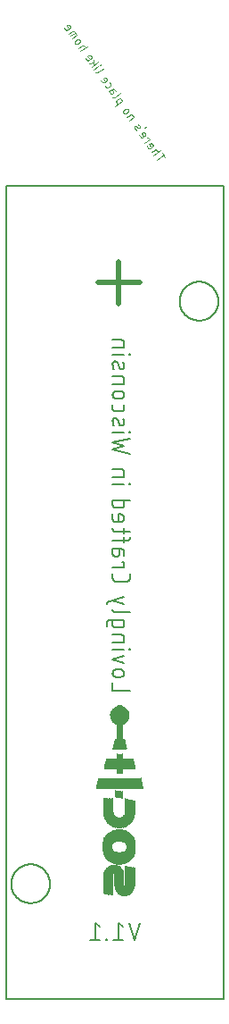
<source format=gbr>
G04 EAGLE Gerber RS-274X export*
G75*
%MOMM*%
%FSLAX34Y34*%
%LPD*%
%INSilkscreen Bottom*%
%IPPOS*%
%AMOC8*
5,1,8,0,0,1.08239X$1,22.5*%
G01*
%ADD10C,0.508000*%
%ADD11C,0.152400*%
%ADD12C,0.076200*%
%ADD13R,0.012700X0.012700*%
%ADD14R,0.012700X0.101600*%
%ADD15R,0.012700X0.139700*%
%ADD16R,0.012700X0.203200*%
%ADD17R,0.012700X0.241300*%
%ADD18R,0.012700X0.330200*%
%ADD19R,0.012700X0.368300*%
%ADD20R,0.012700X0.431800*%
%ADD21R,0.012700X0.469900*%
%ADD22R,0.012700X0.533400*%
%ADD23R,0.012700X0.571500*%
%ADD24R,0.012700X0.660400*%
%ADD25R,0.012700X0.698500*%
%ADD26R,0.012700X0.762000*%
%ADD27R,0.012700X0.800100*%
%ADD28R,0.012700X0.863600*%
%ADD29R,0.012700X0.927100*%
%ADD30R,0.012700X0.965200*%
%ADD31R,0.012700X0.977900*%
%ADD32R,0.012700X0.825500*%
%ADD33R,0.012700X1.054100*%
%ADD34R,0.012700X1.155700*%
%ADD35R,0.012700X1.104900*%
%ADD36R,0.012700X1.257300*%
%ADD37R,0.012700X1.460500*%
%ADD38R,0.012700X1.689100*%
%ADD39R,0.012700X1.333500*%
%ADD40R,0.012700X1.536700*%
%ADD41R,0.012700X1.816100*%
%ADD42R,0.012700X1.435100*%
%ADD43R,0.012700X1.638300*%
%ADD44R,0.012700X1.854200*%
%ADD45R,0.012700X1.485900*%
%ADD46R,0.012700X1.663700*%
%ADD47R,0.012700X1.917700*%
%ADD48R,0.012700X1.562100*%
%ADD49R,0.012700X1.739900*%
%ADD50R,0.012700X1.968500*%
%ADD51R,0.012700X1.765300*%
%ADD52R,0.012700X0.025400*%
%ADD53R,0.012700X2.032000*%
%ADD54R,0.012700X0.088900*%
%ADD55R,0.012700X2.044700*%
%ADD56R,0.012700X1.841500*%
%ADD57R,0.012700X2.120900*%
%ADD58R,0.012700X1.790700*%
%ADD59R,0.012700X1.892300*%
%ADD60R,0.012700X0.190500*%
%ADD61R,0.012700X0.266700*%
%ADD62R,0.012700X2.171700*%
%ADD63R,0.012700X1.866900*%
%ADD64R,0.012700X1.943100*%
%ADD65R,0.012700X0.292100*%
%ADD66R,0.012700X1.905000*%
%ADD67R,0.012700X2.222500*%
%ADD68R,0.012700X1.993900*%
%ADD69R,0.012700X0.419100*%
%ADD70R,0.012700X2.247900*%
%ADD71R,0.012700X2.273300*%
%ADD72R,0.012700X2.019300*%
%ADD73R,0.012700X0.520700*%
%ADD74R,0.012700X2.298700*%
%ADD75R,0.012700X2.057400*%
%ADD76R,0.012700X2.311400*%
%ADD77R,0.012700X2.095500*%
%ADD78R,0.012700X0.647700*%
%ADD79R,0.012700X2.324100*%
%ADD80R,0.012700X2.146300*%
%ADD81R,0.012700X2.374900*%
%ADD82R,0.012700X0.749300*%
%ADD83R,0.012700X2.197100*%
%ADD84R,0.012700X0.787400*%
%ADD85R,0.012700X2.400300*%
%ADD86R,0.012700X0.850900*%
%ADD87R,0.012700X2.413000*%
%ADD88R,0.012700X0.901700*%
%ADD89R,0.012700X2.425700*%
%ADD90R,0.012700X2.451100*%
%ADD91R,0.012700X2.463800*%
%ADD92R,0.012700X2.349500*%
%ADD93R,0.012700X2.476500*%
%ADD94R,0.012700X2.362200*%
%ADD95R,0.012700X2.489200*%
%ADD96R,0.012700X2.501900*%
%ADD97R,0.012700X2.540000*%
%ADD98R,0.012700X2.527300*%
%ADD99R,0.012700X2.552700*%
%ADD100R,0.012700X2.565400*%
%ADD101R,0.012700X2.578100*%
%ADD102R,0.012700X2.603500*%
%ADD103R,0.012700X2.616200*%
%ADD104R,0.012700X2.628900*%
%ADD105R,0.012700X2.654300*%
%ADD106R,0.012700X2.679700*%
%ADD107R,0.012700X2.667000*%
%ADD108R,0.012700X2.717800*%
%ADD109R,0.012700X2.705100*%
%ADD110R,0.012700X2.692400*%
%ADD111R,0.012700X2.730500*%
%ADD112R,0.012700X2.755900*%
%ADD113R,0.012700X2.781300*%
%ADD114R,0.012700X2.794000*%
%ADD115R,0.012700X2.806700*%
%ADD116R,0.012700X2.832100*%
%ADD117R,0.012700X2.743200*%
%ADD118R,0.012700X2.857500*%
%ADD119R,0.012700X2.882900*%
%ADD120R,0.012700X2.768600*%
%ADD121R,0.012700X2.895600*%
%ADD122R,0.012700X2.908300*%
%ADD123R,0.012700X2.933700*%
%ADD124R,0.012700X0.546100*%
%ADD125R,0.012700X0.596900*%
%ADD126R,0.012700X2.819400*%
%ADD127R,0.012700X2.946400*%
%ADD128R,0.012700X2.959100*%
%ADD129R,0.012700X0.723900*%
%ADD130R,0.012700X2.984500*%
%ADD131R,0.012700X0.838200*%
%ADD132R,0.012700X1.447800*%
%ADD133R,0.012700X1.358900*%
%ADD134R,0.012700X2.641600*%
%ADD135R,0.012700X1.003300*%
%ADD136R,0.012700X1.282700*%
%ADD137R,0.012700X1.028700*%
%ADD138R,0.012700X1.092200*%
%ADD139R,0.012700X2.870200*%
%ADD140R,0.012700X1.231900*%
%ADD141R,0.012700X1.181100*%
%ADD142R,0.012700X1.206500*%
%ADD143R,0.012700X1.219200*%
%ADD144R,0.012700X1.409700*%
%ADD145R,0.012700X0.063500*%
%ADD146R,0.012700X1.193800*%
%ADD147R,0.012700X1.384300*%
%ADD148R,0.012700X0.127000*%
%ADD149R,0.012700X1.308100*%
%ADD150R,0.012700X0.254000*%
%ADD151R,0.012700X1.168400*%
%ADD152R,0.012700X0.355600*%
%ADD153R,0.012700X0.393700*%
%ADD154R,0.012700X0.482600*%
%ADD155R,0.012700X0.584200*%
%ADD156R,0.012700X1.511300*%
%ADD157R,0.012700X1.143000*%
%ADD158R,0.012700X1.130300*%
%ADD159R,0.012700X0.622300*%
%ADD160R,0.012700X0.685800*%
%ADD161R,0.012700X0.812800*%
%ADD162R,0.012700X1.117600*%
%ADD163R,0.012700X1.587500*%
%ADD164R,0.012700X2.159000*%
%ADD165R,0.012700X0.914400*%
%ADD166R,0.012700X1.612900*%
%ADD167R,0.012700X0.952500*%
%ADD168R,0.012700X1.600200*%
%ADD169R,0.012700X2.260600*%
%ADD170R,0.012700X1.625600*%
%ADD171R,0.012700X1.079500*%
%ADD172R,0.012700X1.066800*%
%ADD173R,0.012700X0.609600*%
%ADD174R,0.012700X1.714500*%
%ADD175R,0.012700X1.041400*%
%ADD176R,0.012700X1.727200*%
%ADD177R,0.012700X0.038100*%
%ADD178R,0.012700X4.114800*%
%ADD179R,0.012700X1.828800*%
%ADD180R,0.012700X4.127500*%
%ADD181R,0.012700X1.016000*%
%ADD182R,0.012700X4.140200*%
%ADD183R,0.012700X0.990600*%
%ADD184R,0.012700X4.152900*%
%ADD185R,0.012700X4.165600*%
%ADD186R,0.012700X2.514600*%
%ADD187R,0.012700X2.387600*%
%ADD188R,0.012700X2.184400*%
%ADD189R,0.012700X2.006600*%
%ADD190R,0.012700X1.676400*%
%ADD191R,0.012700X0.939800*%
%ADD192R,0.012700X1.270000*%
%ADD193R,0.012700X1.549400*%
%ADD194R,0.012700X1.397000*%
%ADD195R,0.012700X2.844800*%
%ADD196R,0.012700X0.152400*%
%ADD197R,0.012700X1.371600*%
%ADD198R,0.012700X0.050800*%
%ADD199R,0.012700X2.438400*%
%ADD200R,0.012700X2.286000*%
%ADD201R,0.012700X2.235200*%
%ADD202R,0.012700X2.209800*%
%ADD203R,0.012700X2.108200*%
%ADD204R,0.012700X2.070100*%
%ADD205R,0.012700X1.955800*%
%ADD206R,0.012700X1.930400*%
%ADD207R,0.012700X1.803400*%
%ADD208R,0.012700X0.876300*%
%ADD209R,0.012700X1.574800*%
%ADD210R,0.012700X1.473200*%
%ADD211R,0.012700X0.317500*%
%ADD212R,0.012700X0.673100*%
%ADD213R,0.012700X0.558800*%
%ADD214R,0.012700X0.228600*%
%ADD215R,0.012700X0.165100*%
%ADD216C,0.127000*%


D10*
X131112Y683346D02*
X91488Y683346D01*
X111300Y663534D02*
X111300Y703158D01*
D11*
X131738Y77018D02*
X126319Y60762D01*
X120901Y77018D01*
X115204Y73406D02*
X110688Y77018D01*
X110688Y60762D01*
X106173Y60762D02*
X115204Y60762D01*
X100198Y60762D02*
X100198Y61665D01*
X99295Y61665D01*
X99295Y60762D01*
X100198Y60762D01*
X93320Y73406D02*
X88804Y77018D01*
X88804Y60762D01*
X84289Y60762D02*
X93320Y60762D01*
X105482Y297053D02*
X121738Y297053D01*
X105482Y297053D02*
X105482Y304278D01*
X109094Y309910D02*
X112707Y309910D01*
X112826Y309912D01*
X112946Y309918D01*
X113065Y309928D01*
X113183Y309942D01*
X113302Y309959D01*
X113419Y309981D01*
X113536Y310006D01*
X113651Y310036D01*
X113766Y310069D01*
X113880Y310106D01*
X113992Y310146D01*
X114103Y310191D01*
X114212Y310239D01*
X114320Y310290D01*
X114426Y310345D01*
X114530Y310404D01*
X114632Y310466D01*
X114732Y310531D01*
X114830Y310600D01*
X114926Y310672D01*
X115019Y310747D01*
X115109Y310824D01*
X115197Y310905D01*
X115282Y310989D01*
X115364Y311076D01*
X115444Y311165D01*
X115520Y311257D01*
X115594Y311351D01*
X115664Y311448D01*
X115731Y311546D01*
X115795Y311647D01*
X115855Y311751D01*
X115912Y311856D01*
X115965Y311963D01*
X116015Y312071D01*
X116061Y312181D01*
X116103Y312293D01*
X116142Y312406D01*
X116177Y312520D01*
X116208Y312635D01*
X116236Y312752D01*
X116259Y312869D01*
X116279Y312986D01*
X116295Y313105D01*
X116307Y313224D01*
X116315Y313343D01*
X116319Y313462D01*
X116319Y313582D01*
X116315Y313701D01*
X116307Y313820D01*
X116295Y313939D01*
X116279Y314058D01*
X116259Y314175D01*
X116236Y314292D01*
X116208Y314409D01*
X116177Y314524D01*
X116142Y314638D01*
X116103Y314751D01*
X116061Y314863D01*
X116015Y314973D01*
X115965Y315081D01*
X115912Y315188D01*
X115855Y315293D01*
X115795Y315397D01*
X115731Y315498D01*
X115664Y315596D01*
X115594Y315693D01*
X115520Y315787D01*
X115444Y315879D01*
X115364Y315968D01*
X115282Y316055D01*
X115197Y316139D01*
X115109Y316220D01*
X115019Y316297D01*
X114926Y316372D01*
X114830Y316444D01*
X114732Y316513D01*
X114632Y316578D01*
X114530Y316640D01*
X114426Y316699D01*
X114320Y316754D01*
X114212Y316805D01*
X114103Y316853D01*
X113992Y316898D01*
X113880Y316938D01*
X113766Y316975D01*
X113651Y317008D01*
X113536Y317038D01*
X113419Y317063D01*
X113302Y317085D01*
X113183Y317102D01*
X113065Y317116D01*
X112946Y317126D01*
X112826Y317132D01*
X112707Y317134D01*
X112707Y317135D02*
X109094Y317135D01*
X109094Y317134D02*
X108975Y317132D01*
X108855Y317126D01*
X108736Y317116D01*
X108618Y317102D01*
X108499Y317085D01*
X108382Y317063D01*
X108265Y317038D01*
X108150Y317008D01*
X108035Y316975D01*
X107921Y316938D01*
X107809Y316898D01*
X107698Y316853D01*
X107589Y316805D01*
X107481Y316754D01*
X107375Y316699D01*
X107271Y316640D01*
X107169Y316578D01*
X107069Y316513D01*
X106971Y316444D01*
X106875Y316372D01*
X106782Y316297D01*
X106692Y316220D01*
X106604Y316139D01*
X106519Y316055D01*
X106437Y315968D01*
X106357Y315879D01*
X106281Y315787D01*
X106207Y315693D01*
X106137Y315596D01*
X106070Y315498D01*
X106006Y315397D01*
X105946Y315293D01*
X105889Y315188D01*
X105836Y315081D01*
X105786Y314973D01*
X105740Y314863D01*
X105698Y314751D01*
X105659Y314638D01*
X105624Y314524D01*
X105593Y314409D01*
X105565Y314292D01*
X105542Y314175D01*
X105522Y314058D01*
X105506Y313939D01*
X105494Y313820D01*
X105486Y313701D01*
X105482Y313582D01*
X105482Y313462D01*
X105486Y313343D01*
X105494Y313224D01*
X105506Y313105D01*
X105522Y312986D01*
X105542Y312869D01*
X105565Y312752D01*
X105593Y312635D01*
X105624Y312520D01*
X105659Y312406D01*
X105698Y312293D01*
X105740Y312181D01*
X105786Y312071D01*
X105836Y311963D01*
X105889Y311856D01*
X105946Y311751D01*
X106006Y311647D01*
X106070Y311546D01*
X106137Y311448D01*
X106207Y311351D01*
X106281Y311257D01*
X106357Y311165D01*
X106437Y311076D01*
X106519Y310989D01*
X106604Y310905D01*
X106692Y310824D01*
X106782Y310747D01*
X106875Y310672D01*
X106971Y310600D01*
X107069Y310531D01*
X107169Y310466D01*
X107271Y310404D01*
X107375Y310345D01*
X107481Y310290D01*
X107589Y310239D01*
X107698Y310191D01*
X107809Y310146D01*
X107921Y310106D01*
X108035Y310069D01*
X108150Y310036D01*
X108265Y310006D01*
X108382Y309981D01*
X108499Y309959D01*
X108618Y309942D01*
X108736Y309928D01*
X108855Y309918D01*
X108975Y309912D01*
X109094Y309910D01*
X116319Y322936D02*
X105482Y326548D01*
X116319Y330161D01*
X116319Y335927D02*
X105482Y335927D01*
X120835Y335476D02*
X121738Y335476D01*
X121738Y336379D01*
X120835Y336379D01*
X120835Y335476D01*
X116319Y342736D02*
X105482Y342736D01*
X116319Y342736D02*
X116319Y347251D01*
X116317Y347352D01*
X116311Y347453D01*
X116302Y347554D01*
X116289Y347655D01*
X116272Y347755D01*
X116251Y347854D01*
X116227Y347952D01*
X116199Y348049D01*
X116167Y348146D01*
X116132Y348241D01*
X116093Y348334D01*
X116051Y348426D01*
X116005Y348517D01*
X115956Y348606D01*
X115904Y348692D01*
X115848Y348777D01*
X115790Y348860D01*
X115728Y348940D01*
X115663Y349018D01*
X115596Y349094D01*
X115526Y349167D01*
X115453Y349237D01*
X115377Y349304D01*
X115299Y349369D01*
X115219Y349431D01*
X115136Y349489D01*
X115051Y349545D01*
X114965Y349597D01*
X114876Y349646D01*
X114785Y349692D01*
X114693Y349734D01*
X114600Y349773D01*
X114505Y349808D01*
X114408Y349840D01*
X114311Y349868D01*
X114213Y349892D01*
X114114Y349913D01*
X114014Y349930D01*
X113913Y349943D01*
X113812Y349952D01*
X113711Y349958D01*
X113610Y349960D01*
X105482Y349960D01*
X105482Y359440D02*
X105482Y363955D01*
X105482Y359440D02*
X105484Y359339D01*
X105490Y359238D01*
X105499Y359137D01*
X105512Y359036D01*
X105529Y358936D01*
X105550Y358837D01*
X105574Y358739D01*
X105602Y358642D01*
X105634Y358545D01*
X105669Y358450D01*
X105708Y358357D01*
X105750Y358265D01*
X105796Y358174D01*
X105845Y358086D01*
X105897Y357999D01*
X105953Y357914D01*
X106011Y357831D01*
X106073Y357751D01*
X106138Y357673D01*
X106205Y357597D01*
X106275Y357524D01*
X106348Y357454D01*
X106424Y357387D01*
X106502Y357322D01*
X106582Y357260D01*
X106665Y357202D01*
X106750Y357146D01*
X106837Y357094D01*
X106925Y357045D01*
X107016Y356999D01*
X107108Y356957D01*
X107201Y356918D01*
X107296Y356883D01*
X107393Y356851D01*
X107490Y356823D01*
X107588Y356799D01*
X107687Y356778D01*
X107787Y356761D01*
X107888Y356748D01*
X107989Y356739D01*
X108090Y356733D01*
X108191Y356731D01*
X108191Y356730D02*
X113610Y356730D01*
X113610Y356731D02*
X113711Y356733D01*
X113812Y356739D01*
X113913Y356748D01*
X114014Y356761D01*
X114114Y356778D01*
X114213Y356799D01*
X114311Y356823D01*
X114408Y356851D01*
X114505Y356883D01*
X114600Y356918D01*
X114693Y356957D01*
X114785Y356999D01*
X114876Y357045D01*
X114964Y357094D01*
X115051Y357146D01*
X115136Y357202D01*
X115219Y357260D01*
X115299Y357322D01*
X115377Y357387D01*
X115453Y357454D01*
X115526Y357524D01*
X115596Y357597D01*
X115663Y357673D01*
X115728Y357751D01*
X115790Y357831D01*
X115848Y357914D01*
X115904Y357999D01*
X115956Y358086D01*
X116005Y358174D01*
X116051Y358265D01*
X116093Y358357D01*
X116132Y358450D01*
X116167Y358545D01*
X116199Y358642D01*
X116227Y358739D01*
X116251Y358837D01*
X116272Y358936D01*
X116289Y359036D01*
X116302Y359137D01*
X116311Y359238D01*
X116317Y359339D01*
X116319Y359440D01*
X116319Y363955D01*
X102773Y363955D01*
X102669Y363953D01*
X102566Y363947D01*
X102462Y363937D01*
X102359Y363923D01*
X102257Y363905D01*
X102156Y363884D01*
X102055Y363858D01*
X101956Y363829D01*
X101857Y363796D01*
X101760Y363759D01*
X101665Y363718D01*
X101571Y363674D01*
X101479Y363626D01*
X101389Y363575D01*
X101300Y363520D01*
X101214Y363462D01*
X101131Y363400D01*
X101049Y363336D01*
X100971Y363268D01*
X100895Y363198D01*
X100821Y363125D01*
X100751Y363048D01*
X100683Y362970D01*
X100619Y362888D01*
X100557Y362805D01*
X100499Y362719D01*
X100444Y362630D01*
X100393Y362540D01*
X100345Y362448D01*
X100301Y362354D01*
X100260Y362259D01*
X100223Y362162D01*
X100190Y362063D01*
X100161Y361964D01*
X100135Y361863D01*
X100114Y361762D01*
X100096Y361660D01*
X100082Y361557D01*
X100072Y361453D01*
X100066Y361350D01*
X100064Y361246D01*
X100063Y361246D02*
X100063Y357633D01*
X108191Y371109D02*
X121738Y371109D01*
X108191Y371109D02*
X108090Y371111D01*
X107989Y371117D01*
X107888Y371126D01*
X107787Y371139D01*
X107687Y371156D01*
X107588Y371177D01*
X107490Y371201D01*
X107393Y371229D01*
X107296Y371261D01*
X107201Y371296D01*
X107108Y371335D01*
X107016Y371377D01*
X106925Y371423D01*
X106837Y371472D01*
X106750Y371524D01*
X106665Y371580D01*
X106582Y371638D01*
X106502Y371700D01*
X106424Y371765D01*
X106348Y371832D01*
X106275Y371902D01*
X106205Y371975D01*
X106138Y372051D01*
X106073Y372129D01*
X106011Y372209D01*
X105953Y372292D01*
X105897Y372377D01*
X105845Y372464D01*
X105796Y372552D01*
X105750Y372643D01*
X105708Y372735D01*
X105669Y372828D01*
X105634Y372923D01*
X105602Y373020D01*
X105574Y373117D01*
X105550Y373215D01*
X105529Y373314D01*
X105512Y373414D01*
X105499Y373515D01*
X105490Y373616D01*
X105484Y373717D01*
X105482Y373818D01*
X100063Y378687D02*
X100063Y380494D01*
X116319Y385912D01*
X116319Y378687D02*
X105482Y382300D01*
X105482Y403762D02*
X105482Y407374D01*
X105482Y403762D02*
X105484Y403644D01*
X105490Y403526D01*
X105499Y403408D01*
X105513Y403291D01*
X105530Y403174D01*
X105551Y403057D01*
X105576Y402942D01*
X105605Y402827D01*
X105638Y402713D01*
X105674Y402601D01*
X105714Y402490D01*
X105757Y402380D01*
X105804Y402271D01*
X105854Y402164D01*
X105909Y402059D01*
X105966Y401956D01*
X106027Y401855D01*
X106091Y401755D01*
X106158Y401658D01*
X106228Y401563D01*
X106302Y401471D01*
X106378Y401380D01*
X106458Y401293D01*
X106540Y401208D01*
X106625Y401126D01*
X106712Y401046D01*
X106803Y400970D01*
X106895Y400896D01*
X106990Y400826D01*
X107087Y400759D01*
X107187Y400695D01*
X107288Y400634D01*
X107391Y400577D01*
X107496Y400522D01*
X107603Y400472D01*
X107712Y400425D01*
X107822Y400382D01*
X107933Y400342D01*
X108045Y400306D01*
X108159Y400273D01*
X108274Y400244D01*
X108389Y400219D01*
X108506Y400198D01*
X108623Y400181D01*
X108740Y400167D01*
X108858Y400158D01*
X108976Y400152D01*
X109094Y400150D01*
X109094Y400149D02*
X118126Y400149D01*
X118126Y400150D02*
X118244Y400152D01*
X118362Y400158D01*
X118480Y400167D01*
X118597Y400181D01*
X118714Y400198D01*
X118831Y400219D01*
X118946Y400244D01*
X119061Y400273D01*
X119175Y400306D01*
X119287Y400342D01*
X119398Y400382D01*
X119508Y400425D01*
X119617Y400472D01*
X119724Y400522D01*
X119829Y400576D01*
X119932Y400634D01*
X120033Y400695D01*
X120133Y400759D01*
X120230Y400826D01*
X120325Y400896D01*
X120417Y400970D01*
X120508Y401046D01*
X120595Y401126D01*
X120680Y401208D01*
X120762Y401293D01*
X120842Y401380D01*
X120918Y401471D01*
X120992Y401563D01*
X121062Y401658D01*
X121129Y401755D01*
X121193Y401855D01*
X121254Y401956D01*
X121311Y402059D01*
X121365Y402164D01*
X121416Y402271D01*
X121463Y402380D01*
X121506Y402490D01*
X121546Y402601D01*
X121582Y402713D01*
X121615Y402827D01*
X121644Y402942D01*
X121669Y403057D01*
X121690Y403174D01*
X121707Y403291D01*
X121721Y403408D01*
X121730Y403526D01*
X121736Y403644D01*
X121738Y403762D01*
X121738Y407374D01*
X116319Y413682D02*
X105482Y413682D01*
X116319Y413682D02*
X116319Y419101D01*
X114513Y419101D01*
X111804Y427105D02*
X111804Y431169D01*
X111804Y427105D02*
X111802Y426993D01*
X111796Y426882D01*
X111786Y426771D01*
X111773Y426660D01*
X111755Y426550D01*
X111733Y426441D01*
X111708Y426332D01*
X111679Y426224D01*
X111646Y426118D01*
X111609Y426012D01*
X111569Y425908D01*
X111525Y425806D01*
X111477Y425705D01*
X111426Y425606D01*
X111371Y425508D01*
X111313Y425413D01*
X111252Y425320D01*
X111187Y425229D01*
X111119Y425140D01*
X111048Y425054D01*
X110975Y424971D01*
X110898Y424890D01*
X110818Y424811D01*
X110736Y424736D01*
X110651Y424664D01*
X110564Y424594D01*
X110474Y424528D01*
X110382Y424465D01*
X110287Y424405D01*
X110191Y424349D01*
X110093Y424296D01*
X109993Y424247D01*
X109891Y424201D01*
X109788Y424159D01*
X109683Y424120D01*
X109577Y424085D01*
X109470Y424054D01*
X109362Y424027D01*
X109253Y424003D01*
X109143Y423984D01*
X109033Y423968D01*
X108922Y423956D01*
X108810Y423948D01*
X108699Y423944D01*
X108587Y423944D01*
X108476Y423948D01*
X108364Y423956D01*
X108253Y423968D01*
X108143Y423984D01*
X108033Y424003D01*
X107924Y424027D01*
X107816Y424054D01*
X107709Y424085D01*
X107603Y424120D01*
X107498Y424159D01*
X107395Y424201D01*
X107293Y424247D01*
X107193Y424296D01*
X107095Y424349D01*
X106999Y424405D01*
X106904Y424465D01*
X106812Y424528D01*
X106722Y424594D01*
X106635Y424664D01*
X106550Y424736D01*
X106468Y424811D01*
X106388Y424890D01*
X106311Y424971D01*
X106238Y425054D01*
X106167Y425140D01*
X106099Y425229D01*
X106034Y425320D01*
X105973Y425413D01*
X105915Y425508D01*
X105860Y425606D01*
X105809Y425705D01*
X105761Y425806D01*
X105717Y425908D01*
X105677Y426012D01*
X105640Y426118D01*
X105607Y426224D01*
X105578Y426332D01*
X105553Y426441D01*
X105531Y426550D01*
X105513Y426660D01*
X105500Y426771D01*
X105490Y426882D01*
X105484Y426993D01*
X105482Y427105D01*
X105482Y431169D01*
X113610Y431169D01*
X113711Y431167D01*
X113812Y431161D01*
X113913Y431152D01*
X114014Y431139D01*
X114114Y431122D01*
X114213Y431101D01*
X114311Y431077D01*
X114408Y431049D01*
X114505Y431017D01*
X114600Y430982D01*
X114693Y430943D01*
X114785Y430901D01*
X114876Y430855D01*
X114965Y430806D01*
X115051Y430754D01*
X115136Y430698D01*
X115219Y430640D01*
X115299Y430578D01*
X115377Y430513D01*
X115453Y430446D01*
X115526Y430376D01*
X115596Y430303D01*
X115663Y430227D01*
X115728Y430149D01*
X115790Y430069D01*
X115848Y429986D01*
X115904Y429901D01*
X115956Y429815D01*
X116005Y429726D01*
X116051Y429635D01*
X116093Y429543D01*
X116132Y429450D01*
X116167Y429355D01*
X116199Y429258D01*
X116227Y429161D01*
X116251Y429063D01*
X116272Y428964D01*
X116289Y428864D01*
X116302Y428763D01*
X116311Y428662D01*
X116317Y428561D01*
X116319Y428460D01*
X116319Y424848D01*
X119029Y438974D02*
X105482Y438974D01*
X119029Y438974D02*
X119133Y438976D01*
X119236Y438982D01*
X119340Y438992D01*
X119443Y439006D01*
X119545Y439024D01*
X119646Y439045D01*
X119747Y439071D01*
X119846Y439100D01*
X119945Y439133D01*
X120042Y439170D01*
X120137Y439211D01*
X120231Y439255D01*
X120323Y439303D01*
X120413Y439354D01*
X120502Y439409D01*
X120588Y439467D01*
X120671Y439529D01*
X120753Y439593D01*
X120831Y439661D01*
X120907Y439731D01*
X120981Y439804D01*
X121051Y439881D01*
X121119Y439959D01*
X121183Y440041D01*
X121245Y440124D01*
X121303Y440210D01*
X121358Y440299D01*
X121409Y440389D01*
X121457Y440481D01*
X121501Y440575D01*
X121542Y440670D01*
X121579Y440767D01*
X121612Y440866D01*
X121641Y440965D01*
X121667Y441066D01*
X121688Y441167D01*
X121706Y441269D01*
X121720Y441372D01*
X121730Y441476D01*
X121736Y441579D01*
X121738Y441683D01*
X121738Y442586D01*
X116319Y442586D02*
X116319Y437167D01*
X116319Y445646D02*
X116319Y451065D01*
X121738Y447453D02*
X108191Y447453D01*
X108090Y447455D01*
X107989Y447461D01*
X107888Y447470D01*
X107787Y447483D01*
X107687Y447500D01*
X107588Y447521D01*
X107490Y447545D01*
X107393Y447573D01*
X107296Y447605D01*
X107201Y447640D01*
X107108Y447679D01*
X107016Y447721D01*
X106925Y447767D01*
X106837Y447816D01*
X106750Y447868D01*
X106665Y447924D01*
X106582Y447982D01*
X106502Y448044D01*
X106424Y448109D01*
X106348Y448176D01*
X106275Y448246D01*
X106205Y448319D01*
X106138Y448395D01*
X106073Y448473D01*
X106011Y448553D01*
X105953Y448636D01*
X105897Y448721D01*
X105845Y448808D01*
X105796Y448896D01*
X105750Y448987D01*
X105708Y449079D01*
X105669Y449172D01*
X105634Y449267D01*
X105602Y449364D01*
X105574Y449461D01*
X105550Y449559D01*
X105529Y449658D01*
X105512Y449758D01*
X105499Y449859D01*
X105490Y449960D01*
X105484Y450061D01*
X105482Y450162D01*
X105482Y451065D01*
X105482Y459553D02*
X105482Y464068D01*
X105482Y459553D02*
X105484Y459452D01*
X105490Y459351D01*
X105499Y459250D01*
X105512Y459149D01*
X105529Y459049D01*
X105550Y458950D01*
X105574Y458852D01*
X105602Y458755D01*
X105634Y458658D01*
X105669Y458563D01*
X105708Y458470D01*
X105750Y458378D01*
X105796Y458287D01*
X105845Y458199D01*
X105897Y458112D01*
X105953Y458027D01*
X106011Y457944D01*
X106073Y457864D01*
X106138Y457786D01*
X106205Y457710D01*
X106275Y457637D01*
X106348Y457567D01*
X106424Y457500D01*
X106502Y457435D01*
X106582Y457373D01*
X106665Y457315D01*
X106750Y457259D01*
X106837Y457207D01*
X106925Y457158D01*
X107016Y457112D01*
X107108Y457070D01*
X107201Y457031D01*
X107296Y456996D01*
X107393Y456964D01*
X107490Y456936D01*
X107588Y456912D01*
X107687Y456891D01*
X107787Y456874D01*
X107888Y456861D01*
X107989Y456852D01*
X108090Y456846D01*
X108191Y456844D01*
X108191Y456843D02*
X112707Y456843D01*
X112707Y456844D02*
X112826Y456846D01*
X112946Y456852D01*
X113065Y456862D01*
X113183Y456876D01*
X113302Y456893D01*
X113419Y456915D01*
X113536Y456940D01*
X113651Y456970D01*
X113766Y457003D01*
X113880Y457040D01*
X113992Y457080D01*
X114103Y457125D01*
X114212Y457173D01*
X114320Y457224D01*
X114426Y457279D01*
X114530Y457338D01*
X114632Y457400D01*
X114732Y457465D01*
X114830Y457534D01*
X114926Y457606D01*
X115019Y457681D01*
X115109Y457758D01*
X115197Y457839D01*
X115282Y457923D01*
X115364Y458010D01*
X115444Y458099D01*
X115520Y458191D01*
X115594Y458285D01*
X115664Y458382D01*
X115731Y458480D01*
X115795Y458581D01*
X115855Y458685D01*
X115912Y458790D01*
X115965Y458897D01*
X116015Y459005D01*
X116061Y459115D01*
X116103Y459227D01*
X116142Y459340D01*
X116177Y459454D01*
X116208Y459569D01*
X116236Y459686D01*
X116259Y459803D01*
X116279Y459920D01*
X116295Y460039D01*
X116307Y460158D01*
X116315Y460277D01*
X116319Y460396D01*
X116319Y460516D01*
X116315Y460635D01*
X116307Y460754D01*
X116295Y460873D01*
X116279Y460992D01*
X116259Y461109D01*
X116236Y461226D01*
X116208Y461343D01*
X116177Y461458D01*
X116142Y461572D01*
X116103Y461685D01*
X116061Y461797D01*
X116015Y461907D01*
X115965Y462015D01*
X115912Y462122D01*
X115855Y462227D01*
X115795Y462331D01*
X115731Y462432D01*
X115664Y462530D01*
X115594Y462627D01*
X115520Y462721D01*
X115444Y462813D01*
X115364Y462902D01*
X115282Y462989D01*
X115197Y463073D01*
X115109Y463154D01*
X115019Y463231D01*
X114926Y463306D01*
X114830Y463378D01*
X114732Y463447D01*
X114632Y463512D01*
X114530Y463574D01*
X114426Y463633D01*
X114320Y463688D01*
X114212Y463739D01*
X114103Y463787D01*
X113992Y463832D01*
X113880Y463872D01*
X113766Y463909D01*
X113651Y463942D01*
X113536Y463972D01*
X113419Y463997D01*
X113302Y464019D01*
X113183Y464036D01*
X113065Y464050D01*
X112946Y464060D01*
X112826Y464066D01*
X112707Y464068D01*
X110901Y464068D01*
X110901Y456843D01*
X105482Y477542D02*
X121738Y477542D01*
X105482Y477542D02*
X105482Y473026D01*
X105484Y472925D01*
X105490Y472824D01*
X105499Y472723D01*
X105512Y472622D01*
X105529Y472522D01*
X105550Y472423D01*
X105574Y472325D01*
X105602Y472228D01*
X105634Y472131D01*
X105669Y472036D01*
X105708Y471943D01*
X105750Y471851D01*
X105796Y471760D01*
X105845Y471672D01*
X105897Y471585D01*
X105953Y471500D01*
X106011Y471417D01*
X106073Y471337D01*
X106138Y471259D01*
X106205Y471183D01*
X106275Y471110D01*
X106348Y471040D01*
X106424Y470973D01*
X106502Y470908D01*
X106582Y470846D01*
X106665Y470788D01*
X106750Y470732D01*
X106837Y470680D01*
X106925Y470631D01*
X107016Y470585D01*
X107108Y470543D01*
X107201Y470504D01*
X107296Y470469D01*
X107393Y470437D01*
X107490Y470409D01*
X107588Y470385D01*
X107687Y470364D01*
X107787Y470347D01*
X107888Y470334D01*
X107989Y470325D01*
X108090Y470319D01*
X108191Y470317D01*
X113610Y470317D01*
X113711Y470319D01*
X113812Y470325D01*
X113913Y470334D01*
X114014Y470347D01*
X114114Y470364D01*
X114213Y470385D01*
X114311Y470409D01*
X114408Y470437D01*
X114505Y470469D01*
X114600Y470504D01*
X114693Y470543D01*
X114785Y470585D01*
X114876Y470631D01*
X114964Y470680D01*
X115051Y470732D01*
X115136Y470788D01*
X115219Y470846D01*
X115299Y470908D01*
X115377Y470973D01*
X115453Y471040D01*
X115526Y471110D01*
X115596Y471183D01*
X115663Y471259D01*
X115728Y471337D01*
X115790Y471417D01*
X115848Y471500D01*
X115904Y471585D01*
X115956Y471672D01*
X116005Y471760D01*
X116051Y471851D01*
X116093Y471943D01*
X116132Y472036D01*
X116167Y472131D01*
X116199Y472228D01*
X116227Y472325D01*
X116251Y472423D01*
X116272Y472522D01*
X116289Y472622D01*
X116302Y472723D01*
X116311Y472824D01*
X116317Y472925D01*
X116319Y473026D01*
X116319Y477542D01*
X116319Y492760D02*
X105482Y492760D01*
X120835Y492309D02*
X121738Y492309D01*
X121738Y493212D01*
X120835Y493212D01*
X120835Y492309D01*
X116319Y499569D02*
X105482Y499569D01*
X116319Y499569D02*
X116319Y504084D01*
X116317Y504185D01*
X116311Y504286D01*
X116302Y504387D01*
X116289Y504488D01*
X116272Y504588D01*
X116251Y504687D01*
X116227Y504785D01*
X116199Y504882D01*
X116167Y504979D01*
X116132Y505074D01*
X116093Y505167D01*
X116051Y505259D01*
X116005Y505350D01*
X115956Y505439D01*
X115904Y505525D01*
X115848Y505610D01*
X115790Y505693D01*
X115728Y505773D01*
X115663Y505851D01*
X115596Y505927D01*
X115526Y506000D01*
X115453Y506070D01*
X115377Y506137D01*
X115299Y506202D01*
X115219Y506264D01*
X115136Y506322D01*
X115051Y506378D01*
X114965Y506430D01*
X114876Y506479D01*
X114785Y506525D01*
X114693Y506567D01*
X114600Y506606D01*
X114505Y506641D01*
X114408Y506673D01*
X114311Y506701D01*
X114213Y506725D01*
X114114Y506746D01*
X114014Y506763D01*
X113913Y506776D01*
X113812Y506785D01*
X113711Y506791D01*
X113610Y506793D01*
X105482Y506793D01*
X105482Y525100D02*
X121738Y521487D01*
X116319Y528712D02*
X105482Y525100D01*
X105482Y532324D02*
X116319Y528712D01*
X121738Y535937D02*
X105482Y532324D01*
X105482Y541738D02*
X116319Y541738D01*
X120835Y541286D02*
X121738Y541286D01*
X121738Y542190D01*
X120835Y542190D01*
X120835Y541286D01*
X111804Y549380D02*
X109998Y553896D01*
X111804Y549380D02*
X111841Y549292D01*
X111882Y549206D01*
X111926Y549121D01*
X111974Y549038D01*
X112025Y548958D01*
X112079Y548879D01*
X112137Y548803D01*
X112197Y548729D01*
X112261Y548657D01*
X112327Y548589D01*
X112397Y548523D01*
X112468Y548460D01*
X112543Y548399D01*
X112619Y548342D01*
X112698Y548289D01*
X112779Y548238D01*
X112862Y548191D01*
X112947Y548147D01*
X113034Y548107D01*
X113122Y548070D01*
X113212Y548037D01*
X113303Y548007D01*
X113395Y547982D01*
X113488Y547960D01*
X113582Y547942D01*
X113676Y547927D01*
X113771Y547917D01*
X113867Y547911D01*
X113962Y547908D01*
X114058Y547909D01*
X114153Y547915D01*
X114249Y547924D01*
X114343Y547937D01*
X114437Y547953D01*
X114531Y547974D01*
X114623Y547999D01*
X114714Y548027D01*
X114804Y548059D01*
X114893Y548094D01*
X114980Y548133D01*
X115066Y548176D01*
X115150Y548222D01*
X115231Y548272D01*
X115311Y548324D01*
X115389Y548380D01*
X115464Y548440D01*
X115536Y548502D01*
X115606Y548567D01*
X115674Y548635D01*
X115738Y548705D01*
X115800Y548778D01*
X115858Y548854D01*
X115914Y548932D01*
X115966Y549012D01*
X116015Y549094D01*
X116060Y549178D01*
X116102Y549264D01*
X116141Y549351D01*
X116176Y549440D01*
X116207Y549531D01*
X116234Y549622D01*
X116258Y549715D01*
X116278Y549808D01*
X116294Y549902D01*
X116306Y549997D01*
X116315Y550092D01*
X116319Y550188D01*
X116320Y550283D01*
X116313Y550530D01*
X116301Y550776D01*
X116283Y551022D01*
X116258Y551268D01*
X116228Y551512D01*
X116192Y551756D01*
X116151Y551999D01*
X116103Y552241D01*
X116049Y552482D01*
X115990Y552721D01*
X115925Y552959D01*
X115854Y553195D01*
X115778Y553430D01*
X115696Y553663D01*
X115608Y553893D01*
X115515Y554121D01*
X115417Y554348D01*
X109997Y553896D02*
X109960Y553984D01*
X109919Y554070D01*
X109875Y554155D01*
X109827Y554238D01*
X109776Y554318D01*
X109722Y554397D01*
X109664Y554473D01*
X109604Y554547D01*
X109540Y554619D01*
X109474Y554687D01*
X109404Y554753D01*
X109333Y554816D01*
X109258Y554877D01*
X109182Y554934D01*
X109103Y554987D01*
X109022Y555038D01*
X108939Y555085D01*
X108854Y555129D01*
X108767Y555169D01*
X108679Y555206D01*
X108589Y555239D01*
X108498Y555269D01*
X108406Y555294D01*
X108313Y555316D01*
X108219Y555334D01*
X108125Y555349D01*
X108030Y555359D01*
X107934Y555365D01*
X107839Y555368D01*
X107743Y555367D01*
X107648Y555361D01*
X107552Y555352D01*
X107458Y555339D01*
X107364Y555323D01*
X107270Y555302D01*
X107178Y555277D01*
X107087Y555249D01*
X106997Y555217D01*
X106908Y555182D01*
X106821Y555143D01*
X106735Y555100D01*
X106651Y555054D01*
X106570Y555004D01*
X106490Y554952D01*
X106412Y554896D01*
X106337Y554836D01*
X106265Y554774D01*
X106195Y554709D01*
X106127Y554641D01*
X106063Y554571D01*
X106001Y554498D01*
X105943Y554422D01*
X105887Y554344D01*
X105835Y554264D01*
X105786Y554182D01*
X105741Y554098D01*
X105699Y554012D01*
X105660Y553925D01*
X105625Y553836D01*
X105594Y553745D01*
X105567Y553654D01*
X105543Y553561D01*
X105523Y553468D01*
X105507Y553374D01*
X105495Y553279D01*
X105486Y553184D01*
X105482Y553088D01*
X105481Y552993D01*
X105482Y552992D02*
X105491Y552630D01*
X105509Y552268D01*
X105536Y551907D01*
X105571Y551547D01*
X105614Y551187D01*
X105666Y550828D01*
X105727Y550471D01*
X105796Y550116D01*
X105873Y549762D01*
X105959Y549410D01*
X106053Y549060D01*
X106156Y548712D01*
X106266Y548367D01*
X106385Y548025D01*
X105482Y564299D02*
X105482Y567912D01*
X105482Y564299D02*
X105484Y564198D01*
X105490Y564097D01*
X105499Y563996D01*
X105512Y563895D01*
X105529Y563795D01*
X105550Y563696D01*
X105574Y563598D01*
X105602Y563501D01*
X105634Y563404D01*
X105669Y563309D01*
X105708Y563216D01*
X105750Y563124D01*
X105796Y563033D01*
X105845Y562945D01*
X105897Y562858D01*
X105953Y562773D01*
X106011Y562690D01*
X106073Y562610D01*
X106138Y562532D01*
X106205Y562456D01*
X106275Y562383D01*
X106348Y562313D01*
X106424Y562246D01*
X106502Y562181D01*
X106582Y562119D01*
X106665Y562061D01*
X106750Y562005D01*
X106837Y561953D01*
X106925Y561904D01*
X107016Y561858D01*
X107108Y561816D01*
X107201Y561777D01*
X107296Y561742D01*
X107393Y561710D01*
X107490Y561682D01*
X107588Y561658D01*
X107687Y561637D01*
X107787Y561620D01*
X107888Y561607D01*
X107989Y561598D01*
X108090Y561592D01*
X108191Y561590D01*
X113610Y561590D01*
X113711Y561592D01*
X113812Y561598D01*
X113913Y561607D01*
X114014Y561620D01*
X114114Y561637D01*
X114213Y561658D01*
X114311Y561682D01*
X114408Y561710D01*
X114505Y561742D01*
X114600Y561777D01*
X114693Y561816D01*
X114785Y561858D01*
X114876Y561904D01*
X114964Y561953D01*
X115051Y562005D01*
X115136Y562061D01*
X115219Y562119D01*
X115299Y562181D01*
X115377Y562246D01*
X115453Y562313D01*
X115526Y562383D01*
X115596Y562456D01*
X115663Y562532D01*
X115728Y562610D01*
X115790Y562690D01*
X115848Y562773D01*
X115904Y562858D01*
X115956Y562945D01*
X116005Y563033D01*
X116051Y563124D01*
X116093Y563216D01*
X116132Y563309D01*
X116167Y563404D01*
X116199Y563501D01*
X116227Y563598D01*
X116251Y563696D01*
X116272Y563795D01*
X116289Y563895D01*
X116302Y563996D01*
X116311Y564097D01*
X116317Y564198D01*
X116319Y564299D01*
X116319Y567912D01*
X112707Y573556D02*
X109094Y573556D01*
X112707Y573557D02*
X112826Y573559D01*
X112946Y573565D01*
X113065Y573575D01*
X113183Y573589D01*
X113302Y573606D01*
X113419Y573628D01*
X113536Y573653D01*
X113651Y573683D01*
X113766Y573716D01*
X113880Y573753D01*
X113992Y573793D01*
X114103Y573838D01*
X114212Y573886D01*
X114320Y573937D01*
X114426Y573992D01*
X114530Y574051D01*
X114632Y574113D01*
X114732Y574178D01*
X114830Y574247D01*
X114926Y574319D01*
X115019Y574394D01*
X115109Y574471D01*
X115197Y574552D01*
X115282Y574636D01*
X115364Y574723D01*
X115444Y574812D01*
X115520Y574904D01*
X115594Y574998D01*
X115664Y575095D01*
X115731Y575193D01*
X115795Y575294D01*
X115855Y575398D01*
X115912Y575503D01*
X115965Y575610D01*
X116015Y575718D01*
X116061Y575828D01*
X116103Y575940D01*
X116142Y576053D01*
X116177Y576167D01*
X116208Y576282D01*
X116236Y576399D01*
X116259Y576516D01*
X116279Y576633D01*
X116295Y576752D01*
X116307Y576871D01*
X116315Y576990D01*
X116319Y577109D01*
X116319Y577229D01*
X116315Y577348D01*
X116307Y577467D01*
X116295Y577586D01*
X116279Y577705D01*
X116259Y577822D01*
X116236Y577939D01*
X116208Y578056D01*
X116177Y578171D01*
X116142Y578285D01*
X116103Y578398D01*
X116061Y578510D01*
X116015Y578620D01*
X115965Y578728D01*
X115912Y578835D01*
X115855Y578940D01*
X115795Y579044D01*
X115731Y579145D01*
X115664Y579243D01*
X115594Y579340D01*
X115520Y579434D01*
X115444Y579526D01*
X115364Y579615D01*
X115282Y579702D01*
X115197Y579786D01*
X115109Y579867D01*
X115019Y579944D01*
X114926Y580019D01*
X114830Y580091D01*
X114732Y580160D01*
X114632Y580225D01*
X114530Y580287D01*
X114426Y580346D01*
X114320Y580401D01*
X114212Y580452D01*
X114103Y580500D01*
X113992Y580545D01*
X113880Y580585D01*
X113766Y580622D01*
X113651Y580655D01*
X113536Y580685D01*
X113419Y580710D01*
X113302Y580732D01*
X113183Y580749D01*
X113065Y580763D01*
X112946Y580773D01*
X112826Y580779D01*
X112707Y580781D01*
X109094Y580781D01*
X108975Y580779D01*
X108855Y580773D01*
X108736Y580763D01*
X108618Y580749D01*
X108499Y580732D01*
X108382Y580710D01*
X108265Y580685D01*
X108150Y580655D01*
X108035Y580622D01*
X107921Y580585D01*
X107809Y580545D01*
X107698Y580500D01*
X107589Y580452D01*
X107481Y580401D01*
X107375Y580346D01*
X107271Y580287D01*
X107169Y580225D01*
X107069Y580160D01*
X106971Y580091D01*
X106875Y580019D01*
X106782Y579944D01*
X106692Y579867D01*
X106604Y579786D01*
X106519Y579702D01*
X106437Y579615D01*
X106357Y579526D01*
X106281Y579434D01*
X106207Y579340D01*
X106137Y579243D01*
X106070Y579145D01*
X106006Y579044D01*
X105946Y578940D01*
X105889Y578835D01*
X105836Y578728D01*
X105786Y578620D01*
X105740Y578510D01*
X105698Y578398D01*
X105659Y578285D01*
X105624Y578171D01*
X105593Y578056D01*
X105565Y577939D01*
X105542Y577822D01*
X105522Y577705D01*
X105506Y577586D01*
X105494Y577467D01*
X105486Y577348D01*
X105482Y577229D01*
X105482Y577109D01*
X105486Y576990D01*
X105494Y576871D01*
X105506Y576752D01*
X105522Y576633D01*
X105542Y576516D01*
X105565Y576399D01*
X105593Y576282D01*
X105624Y576167D01*
X105659Y576053D01*
X105698Y575940D01*
X105740Y575828D01*
X105786Y575718D01*
X105836Y575610D01*
X105889Y575503D01*
X105946Y575398D01*
X106006Y575294D01*
X106070Y575193D01*
X106137Y575095D01*
X106207Y574998D01*
X106281Y574904D01*
X106357Y574812D01*
X106437Y574723D01*
X106519Y574636D01*
X106604Y574552D01*
X106692Y574471D01*
X106782Y574394D01*
X106875Y574319D01*
X106971Y574247D01*
X107069Y574178D01*
X107169Y574113D01*
X107271Y574051D01*
X107375Y573992D01*
X107481Y573937D01*
X107589Y573886D01*
X107698Y573838D01*
X107809Y573793D01*
X107921Y573753D01*
X108035Y573716D01*
X108150Y573683D01*
X108265Y573653D01*
X108382Y573628D01*
X108499Y573606D01*
X108618Y573589D01*
X108736Y573575D01*
X108855Y573565D01*
X108975Y573559D01*
X109094Y573557D01*
X105482Y587624D02*
X116319Y587624D01*
X116319Y592140D01*
X116317Y592241D01*
X116311Y592342D01*
X116302Y592443D01*
X116289Y592544D01*
X116272Y592644D01*
X116251Y592743D01*
X116227Y592841D01*
X116199Y592938D01*
X116167Y593035D01*
X116132Y593130D01*
X116093Y593223D01*
X116051Y593315D01*
X116005Y593406D01*
X115956Y593495D01*
X115904Y593581D01*
X115848Y593666D01*
X115790Y593749D01*
X115728Y593829D01*
X115663Y593907D01*
X115596Y593983D01*
X115526Y594056D01*
X115453Y594126D01*
X115377Y594193D01*
X115299Y594258D01*
X115219Y594320D01*
X115136Y594378D01*
X115051Y594434D01*
X114965Y594486D01*
X114876Y594535D01*
X114785Y594581D01*
X114693Y594623D01*
X114600Y594662D01*
X114505Y594697D01*
X114408Y594729D01*
X114311Y594757D01*
X114213Y594781D01*
X114114Y594802D01*
X114014Y594819D01*
X113913Y594832D01*
X113812Y594841D01*
X113711Y594847D01*
X113610Y594849D01*
X105482Y594849D01*
X111804Y603047D02*
X109998Y607563D01*
X111804Y603047D02*
X111841Y602959D01*
X111882Y602873D01*
X111926Y602788D01*
X111974Y602705D01*
X112025Y602625D01*
X112079Y602546D01*
X112137Y602470D01*
X112197Y602396D01*
X112261Y602324D01*
X112327Y602256D01*
X112397Y602190D01*
X112468Y602127D01*
X112543Y602066D01*
X112619Y602009D01*
X112698Y601956D01*
X112779Y601905D01*
X112862Y601858D01*
X112947Y601814D01*
X113034Y601774D01*
X113122Y601737D01*
X113212Y601704D01*
X113303Y601674D01*
X113395Y601649D01*
X113488Y601627D01*
X113582Y601609D01*
X113676Y601594D01*
X113771Y601584D01*
X113867Y601578D01*
X113962Y601575D01*
X114058Y601576D01*
X114153Y601582D01*
X114249Y601591D01*
X114343Y601604D01*
X114437Y601620D01*
X114531Y601641D01*
X114623Y601666D01*
X114714Y601694D01*
X114804Y601726D01*
X114893Y601761D01*
X114980Y601800D01*
X115066Y601843D01*
X115150Y601889D01*
X115231Y601939D01*
X115311Y601991D01*
X115389Y602047D01*
X115464Y602107D01*
X115536Y602169D01*
X115606Y602234D01*
X115674Y602302D01*
X115738Y602372D01*
X115800Y602445D01*
X115858Y602521D01*
X115914Y602599D01*
X115966Y602679D01*
X116015Y602761D01*
X116060Y602845D01*
X116102Y602931D01*
X116141Y603018D01*
X116176Y603107D01*
X116207Y603198D01*
X116234Y603289D01*
X116258Y603382D01*
X116278Y603475D01*
X116294Y603569D01*
X116306Y603664D01*
X116315Y603759D01*
X116319Y603855D01*
X116320Y603950D01*
X116313Y604197D01*
X116301Y604443D01*
X116283Y604689D01*
X116258Y604935D01*
X116228Y605179D01*
X116192Y605423D01*
X116151Y605666D01*
X116103Y605908D01*
X116049Y606149D01*
X115990Y606388D01*
X115925Y606626D01*
X115854Y606862D01*
X115778Y607097D01*
X115696Y607330D01*
X115608Y607560D01*
X115515Y607788D01*
X115417Y608015D01*
X109997Y607563D02*
X109960Y607651D01*
X109919Y607737D01*
X109875Y607822D01*
X109827Y607905D01*
X109776Y607985D01*
X109722Y608064D01*
X109664Y608140D01*
X109604Y608214D01*
X109540Y608286D01*
X109474Y608354D01*
X109404Y608420D01*
X109333Y608483D01*
X109258Y608544D01*
X109182Y608601D01*
X109103Y608654D01*
X109022Y608705D01*
X108939Y608752D01*
X108854Y608796D01*
X108767Y608836D01*
X108679Y608873D01*
X108589Y608906D01*
X108498Y608936D01*
X108406Y608961D01*
X108313Y608983D01*
X108219Y609001D01*
X108125Y609016D01*
X108030Y609026D01*
X107934Y609032D01*
X107839Y609035D01*
X107743Y609034D01*
X107648Y609028D01*
X107552Y609019D01*
X107458Y609006D01*
X107364Y608990D01*
X107270Y608969D01*
X107178Y608944D01*
X107087Y608916D01*
X106997Y608884D01*
X106908Y608849D01*
X106821Y608810D01*
X106735Y608767D01*
X106651Y608721D01*
X106570Y608671D01*
X106490Y608619D01*
X106412Y608563D01*
X106337Y608503D01*
X106265Y608441D01*
X106195Y608376D01*
X106127Y608308D01*
X106063Y608238D01*
X106001Y608165D01*
X105943Y608089D01*
X105887Y608011D01*
X105835Y607931D01*
X105786Y607849D01*
X105741Y607765D01*
X105699Y607679D01*
X105660Y607592D01*
X105625Y607503D01*
X105594Y607412D01*
X105567Y607321D01*
X105543Y607228D01*
X105523Y607135D01*
X105507Y607041D01*
X105495Y606946D01*
X105486Y606851D01*
X105482Y606755D01*
X105481Y606660D01*
X105482Y606659D02*
X105491Y606297D01*
X105509Y605935D01*
X105536Y605574D01*
X105571Y605214D01*
X105614Y604854D01*
X105666Y604495D01*
X105727Y604138D01*
X105796Y603783D01*
X105873Y603429D01*
X105959Y603077D01*
X106053Y602727D01*
X106156Y602379D01*
X106266Y602034D01*
X106385Y601692D01*
X105482Y615205D02*
X116319Y615205D01*
X120835Y614753D02*
X121738Y614753D01*
X121738Y615656D01*
X120835Y615656D01*
X120835Y614753D01*
X116319Y622013D02*
X105482Y622013D01*
X116319Y622013D02*
X116319Y626529D01*
X116317Y626630D01*
X116311Y626731D01*
X116302Y626832D01*
X116289Y626933D01*
X116272Y627033D01*
X116251Y627132D01*
X116227Y627230D01*
X116199Y627327D01*
X116167Y627424D01*
X116132Y627519D01*
X116093Y627612D01*
X116051Y627704D01*
X116005Y627795D01*
X115956Y627884D01*
X115904Y627970D01*
X115848Y628055D01*
X115790Y628138D01*
X115728Y628218D01*
X115663Y628296D01*
X115596Y628372D01*
X115526Y628445D01*
X115453Y628515D01*
X115377Y628582D01*
X115299Y628647D01*
X115219Y628709D01*
X115136Y628767D01*
X115051Y628823D01*
X114965Y628875D01*
X114876Y628924D01*
X114785Y628970D01*
X114693Y629012D01*
X114600Y629051D01*
X114505Y629086D01*
X114408Y629118D01*
X114311Y629146D01*
X114213Y629170D01*
X114114Y629191D01*
X114014Y629208D01*
X113913Y629221D01*
X113812Y629230D01*
X113711Y629236D01*
X113610Y629238D01*
X105482Y629238D01*
D12*
X147202Y799732D02*
X153860Y804394D01*
X155155Y802545D02*
X152565Y806244D01*
X150765Y808813D02*
X144107Y804151D01*
X148546Y807259D02*
X147251Y809109D01*
X147251Y809108D02*
X147207Y809167D01*
X147160Y809224D01*
X147111Y809278D01*
X147058Y809329D01*
X147003Y809377D01*
X146945Y809422D01*
X146884Y809464D01*
X146822Y809502D01*
X146758Y809538D01*
X146691Y809569D01*
X146624Y809597D01*
X146554Y809621D01*
X146484Y809642D01*
X146412Y809659D01*
X146340Y809671D01*
X146267Y809680D01*
X146194Y809685D01*
X146121Y809686D01*
X146047Y809683D01*
X145974Y809676D01*
X145902Y809665D01*
X145830Y809650D01*
X145759Y809631D01*
X145689Y809608D01*
X145621Y809582D01*
X145554Y809552D01*
X145488Y809518D01*
X145425Y809481D01*
X145364Y809441D01*
X142035Y807110D01*
X139200Y811159D02*
X137905Y813009D01*
X139200Y811159D02*
X139244Y811100D01*
X139291Y811043D01*
X139340Y810989D01*
X139393Y810938D01*
X139448Y810890D01*
X139506Y810845D01*
X139567Y810803D01*
X139629Y810765D01*
X139693Y810729D01*
X139760Y810698D01*
X139827Y810670D01*
X139897Y810646D01*
X139967Y810625D01*
X140039Y810608D01*
X140111Y810596D01*
X140184Y810587D01*
X140257Y810582D01*
X140330Y810581D01*
X140404Y810584D01*
X140477Y810591D01*
X140549Y810602D01*
X140621Y810617D01*
X140692Y810636D01*
X140762Y810659D01*
X140830Y810685D01*
X140897Y810715D01*
X140963Y810749D01*
X141026Y810786D01*
X141087Y810826D01*
X141087Y810827D02*
X142936Y812122D01*
X143003Y812171D01*
X143068Y812224D01*
X143130Y812279D01*
X143190Y812337D01*
X143247Y812398D01*
X143301Y812462D01*
X143352Y812527D01*
X143400Y812596D01*
X143445Y812666D01*
X143487Y812738D01*
X143525Y812813D01*
X143560Y812889D01*
X143591Y812966D01*
X143618Y813045D01*
X143642Y813125D01*
X143662Y813206D01*
X143679Y813287D01*
X143691Y813370D01*
X143700Y813453D01*
X143705Y813536D01*
X143706Y813620D01*
X143703Y813703D01*
X143696Y813786D01*
X143686Y813869D01*
X143672Y813951D01*
X143654Y814033D01*
X143632Y814113D01*
X143606Y814192D01*
X143577Y814271D01*
X143545Y814347D01*
X143508Y814423D01*
X143469Y814496D01*
X143426Y814567D01*
X143379Y814637D01*
X143330Y814704D01*
X143277Y814769D01*
X143222Y814831D01*
X143164Y814891D01*
X143103Y814948D01*
X143039Y815002D01*
X142974Y815053D01*
X142905Y815101D01*
X142835Y815146D01*
X142763Y815188D01*
X142688Y815226D01*
X142612Y815261D01*
X142535Y815292D01*
X142456Y815319D01*
X142376Y815343D01*
X142295Y815363D01*
X142214Y815380D01*
X142131Y815392D01*
X142048Y815401D01*
X141965Y815406D01*
X141881Y815407D01*
X141798Y815404D01*
X141715Y815397D01*
X141632Y815387D01*
X141550Y815373D01*
X141468Y815355D01*
X141388Y815333D01*
X141309Y815307D01*
X141230Y815278D01*
X141154Y815246D01*
X141078Y815209D01*
X141005Y815170D01*
X140934Y815127D01*
X140864Y815080D01*
X140864Y815081D02*
X140125Y814563D01*
X142197Y811604D01*
X140258Y819096D02*
X135819Y815988D01*
X140258Y819096D02*
X138704Y821315D01*
X137964Y820797D01*
X132011Y821427D02*
X130716Y823277D01*
X132010Y821427D02*
X132054Y821368D01*
X132101Y821311D01*
X132150Y821257D01*
X132203Y821206D01*
X132258Y821158D01*
X132316Y821113D01*
X132377Y821071D01*
X132439Y821033D01*
X132503Y820997D01*
X132570Y820966D01*
X132637Y820938D01*
X132707Y820914D01*
X132777Y820893D01*
X132849Y820876D01*
X132921Y820864D01*
X132994Y820855D01*
X133067Y820850D01*
X133140Y820849D01*
X133214Y820852D01*
X133287Y820859D01*
X133359Y820870D01*
X133431Y820885D01*
X133502Y820904D01*
X133572Y820927D01*
X133640Y820953D01*
X133707Y820983D01*
X133773Y821017D01*
X133836Y821054D01*
X133897Y821094D01*
X133897Y821095D02*
X135747Y822390D01*
X135814Y822439D01*
X135879Y822492D01*
X135941Y822547D01*
X136001Y822605D01*
X136058Y822666D01*
X136112Y822730D01*
X136163Y822795D01*
X136211Y822864D01*
X136256Y822934D01*
X136298Y823006D01*
X136336Y823081D01*
X136371Y823157D01*
X136402Y823234D01*
X136429Y823313D01*
X136453Y823393D01*
X136473Y823474D01*
X136490Y823555D01*
X136502Y823638D01*
X136511Y823721D01*
X136516Y823804D01*
X136517Y823888D01*
X136514Y823971D01*
X136507Y824054D01*
X136497Y824137D01*
X136483Y824219D01*
X136465Y824301D01*
X136443Y824381D01*
X136417Y824460D01*
X136388Y824539D01*
X136356Y824615D01*
X136319Y824691D01*
X136280Y824764D01*
X136237Y824835D01*
X136190Y824905D01*
X136141Y824972D01*
X136088Y825037D01*
X136033Y825099D01*
X135975Y825159D01*
X135914Y825216D01*
X135850Y825270D01*
X135785Y825321D01*
X135716Y825369D01*
X135646Y825414D01*
X135574Y825456D01*
X135499Y825494D01*
X135423Y825529D01*
X135346Y825560D01*
X135267Y825587D01*
X135187Y825611D01*
X135106Y825631D01*
X135025Y825648D01*
X134942Y825660D01*
X134859Y825669D01*
X134776Y825674D01*
X134692Y825675D01*
X134609Y825672D01*
X134526Y825665D01*
X134443Y825655D01*
X134361Y825641D01*
X134279Y825623D01*
X134199Y825601D01*
X134120Y825575D01*
X134041Y825546D01*
X133965Y825514D01*
X133889Y825477D01*
X133816Y825438D01*
X133745Y825395D01*
X133675Y825348D01*
X133675Y825349D02*
X132935Y824831D01*
X135007Y821872D01*
X135809Y830173D02*
X137289Y831209D01*
X129787Y830113D02*
X127752Y831445D01*
X129787Y830113D02*
X129845Y830078D01*
X129904Y830046D01*
X129966Y830017D01*
X130029Y829992D01*
X130093Y829971D01*
X130158Y829954D01*
X130224Y829940D01*
X130291Y829930D01*
X130359Y829924D01*
X130427Y829922D01*
X130494Y829924D01*
X130562Y829930D01*
X130629Y829939D01*
X130695Y829953D01*
X130760Y829970D01*
X130825Y829991D01*
X130888Y830016D01*
X130949Y830044D01*
X131009Y830076D01*
X131067Y830112D01*
X131122Y830150D01*
X131176Y830192D01*
X131227Y830237D01*
X131275Y830284D01*
X131320Y830334D01*
X131362Y830387D01*
X131402Y830442D01*
X131438Y830500D01*
X131470Y830559D01*
X131499Y830620D01*
X131525Y830683D01*
X131547Y830747D01*
X131565Y830812D01*
X131579Y830878D01*
X131590Y830945D01*
X131596Y831013D01*
X131599Y831080D01*
X131598Y831148D01*
X131593Y831215D01*
X131584Y831283D01*
X131571Y831349D01*
X131554Y831415D01*
X131533Y831479D01*
X131509Y831542D01*
X131482Y831604D01*
X131450Y831664D01*
X131416Y831722D01*
X131378Y831778D01*
X131377Y831778D02*
X131294Y831890D01*
X131207Y832000D01*
X131118Y832108D01*
X131026Y832213D01*
X130931Y832315D01*
X130833Y832415D01*
X130733Y832512D01*
X130630Y832606D01*
X130524Y832698D01*
X130416Y832786D01*
X130306Y832872D01*
X130193Y832955D01*
X130078Y833034D01*
X129961Y833110D01*
X129842Y833183D01*
X127752Y831445D02*
X127694Y831480D01*
X127635Y831512D01*
X127573Y831541D01*
X127510Y831566D01*
X127446Y831587D01*
X127381Y831604D01*
X127315Y831618D01*
X127248Y831628D01*
X127180Y831634D01*
X127112Y831636D01*
X127045Y831634D01*
X126977Y831628D01*
X126910Y831619D01*
X126844Y831605D01*
X126779Y831588D01*
X126714Y831567D01*
X126651Y831542D01*
X126590Y831514D01*
X126530Y831482D01*
X126472Y831446D01*
X126417Y831408D01*
X126363Y831366D01*
X126312Y831321D01*
X126264Y831274D01*
X126219Y831224D01*
X126177Y831171D01*
X126137Y831116D01*
X126101Y831058D01*
X126069Y830999D01*
X126040Y830938D01*
X126014Y830875D01*
X125992Y830811D01*
X125974Y830746D01*
X125960Y830680D01*
X125949Y830613D01*
X125943Y830545D01*
X125940Y830478D01*
X125941Y830410D01*
X125946Y830343D01*
X125955Y830275D01*
X125968Y830209D01*
X125985Y830143D01*
X126006Y830079D01*
X126030Y830016D01*
X126057Y829954D01*
X126089Y829894D01*
X126123Y829836D01*
X126161Y829780D01*
X126163Y829780D02*
X126270Y829634D01*
X126381Y829491D01*
X126496Y829351D01*
X126614Y829213D01*
X126735Y829078D01*
X126859Y828946D01*
X126986Y828818D01*
X127116Y828692D01*
X127250Y828569D01*
X127386Y828449D01*
X127524Y828333D01*
X127666Y828220D01*
X127810Y828111D01*
X127957Y828004D01*
X121009Y837139D02*
X125448Y840247D01*
X124153Y842097D01*
X124109Y842156D01*
X124062Y842213D01*
X124013Y842267D01*
X123960Y842318D01*
X123905Y842366D01*
X123847Y842411D01*
X123786Y842453D01*
X123724Y842491D01*
X123660Y842527D01*
X123593Y842558D01*
X123526Y842586D01*
X123456Y842610D01*
X123386Y842631D01*
X123314Y842648D01*
X123242Y842660D01*
X123169Y842669D01*
X123096Y842674D01*
X123023Y842675D01*
X122949Y842672D01*
X122876Y842665D01*
X122804Y842654D01*
X122732Y842639D01*
X122661Y842620D01*
X122591Y842597D01*
X122523Y842571D01*
X122456Y842541D01*
X122390Y842507D01*
X122327Y842470D01*
X122266Y842430D01*
X122266Y842429D02*
X118937Y840098D01*
X118358Y844074D02*
X119838Y845110D01*
X119838Y845111D02*
X119905Y845160D01*
X119970Y845213D01*
X120032Y845268D01*
X120092Y845326D01*
X120149Y845387D01*
X120203Y845451D01*
X120254Y845516D01*
X120302Y845585D01*
X120347Y845655D01*
X120389Y845727D01*
X120427Y845802D01*
X120462Y845878D01*
X120493Y845955D01*
X120520Y846034D01*
X120544Y846114D01*
X120564Y846195D01*
X120581Y846276D01*
X120593Y846359D01*
X120602Y846442D01*
X120607Y846525D01*
X120608Y846609D01*
X120605Y846692D01*
X120598Y846775D01*
X120588Y846858D01*
X120574Y846940D01*
X120556Y847022D01*
X120534Y847102D01*
X120508Y847181D01*
X120479Y847260D01*
X120447Y847336D01*
X120410Y847412D01*
X120371Y847485D01*
X120328Y847556D01*
X120281Y847626D01*
X120232Y847693D01*
X120179Y847758D01*
X120124Y847820D01*
X120066Y847880D01*
X120005Y847937D01*
X119941Y847991D01*
X119876Y848042D01*
X119807Y848090D01*
X119737Y848135D01*
X119665Y848177D01*
X119590Y848215D01*
X119514Y848250D01*
X119437Y848281D01*
X119358Y848308D01*
X119278Y848332D01*
X119197Y848352D01*
X119116Y848369D01*
X119033Y848381D01*
X118950Y848390D01*
X118867Y848395D01*
X118783Y848396D01*
X118700Y848393D01*
X118617Y848386D01*
X118534Y848376D01*
X118452Y848362D01*
X118370Y848344D01*
X118290Y848322D01*
X118211Y848296D01*
X118132Y848267D01*
X118056Y848235D01*
X117980Y848198D01*
X117907Y848159D01*
X117836Y848116D01*
X117766Y848069D01*
X116286Y847033D01*
X116219Y846984D01*
X116154Y846931D01*
X116092Y846876D01*
X116032Y846818D01*
X115975Y846757D01*
X115921Y846693D01*
X115870Y846628D01*
X115822Y846559D01*
X115777Y846489D01*
X115735Y846417D01*
X115697Y846342D01*
X115662Y846266D01*
X115631Y846189D01*
X115604Y846110D01*
X115580Y846030D01*
X115560Y845949D01*
X115543Y845868D01*
X115531Y845785D01*
X115522Y845702D01*
X115517Y845619D01*
X115516Y845535D01*
X115519Y845452D01*
X115526Y845369D01*
X115536Y845286D01*
X115550Y845204D01*
X115568Y845122D01*
X115590Y845042D01*
X115616Y844963D01*
X115645Y844884D01*
X115677Y844808D01*
X115714Y844732D01*
X115753Y844659D01*
X115796Y844588D01*
X115843Y844518D01*
X115892Y844451D01*
X115945Y844386D01*
X116000Y844324D01*
X116058Y844264D01*
X116119Y844207D01*
X116183Y844153D01*
X116249Y844102D01*
X116317Y844054D01*
X116387Y844009D01*
X116459Y843967D01*
X116534Y843929D01*
X116610Y843894D01*
X116687Y843863D01*
X116766Y843836D01*
X116846Y843812D01*
X116927Y843792D01*
X117008Y843775D01*
X117091Y843763D01*
X117174Y843754D01*
X117257Y843749D01*
X117341Y843748D01*
X117424Y843751D01*
X117507Y843758D01*
X117590Y843768D01*
X117672Y843782D01*
X117754Y843800D01*
X117834Y843822D01*
X117914Y843848D01*
X117992Y843877D01*
X118068Y843909D01*
X118144Y843946D01*
X118217Y843985D01*
X118288Y844028D01*
X118358Y844075D01*
X114715Y855575D02*
X108057Y850913D01*
X114715Y855575D02*
X113420Y857424D01*
X113376Y857483D01*
X113329Y857540D01*
X113280Y857594D01*
X113227Y857645D01*
X113172Y857693D01*
X113114Y857738D01*
X113053Y857780D01*
X112991Y857818D01*
X112927Y857854D01*
X112860Y857885D01*
X112793Y857913D01*
X112723Y857937D01*
X112653Y857958D01*
X112581Y857975D01*
X112509Y857987D01*
X112436Y857996D01*
X112363Y858001D01*
X112290Y858002D01*
X112216Y857999D01*
X112143Y857992D01*
X112071Y857981D01*
X111999Y857966D01*
X111928Y857947D01*
X111858Y857924D01*
X111790Y857898D01*
X111723Y857868D01*
X111657Y857834D01*
X111594Y857797D01*
X111533Y857757D01*
X109314Y856203D01*
X109257Y856161D01*
X109202Y856116D01*
X109150Y856068D01*
X109100Y856017D01*
X109053Y855964D01*
X109009Y855908D01*
X108968Y855851D01*
X108930Y855791D01*
X108895Y855729D01*
X108863Y855666D01*
X108835Y855601D01*
X108810Y855534D01*
X108788Y855466D01*
X108771Y855398D01*
X108757Y855328D01*
X108746Y855258D01*
X108739Y855187D01*
X108736Y855117D01*
X108737Y855046D01*
X108741Y854975D01*
X108749Y854904D01*
X108761Y854834D01*
X108776Y854765D01*
X108795Y854697D01*
X108818Y854630D01*
X108844Y854564D01*
X108873Y854499D01*
X108906Y854436D01*
X108942Y854375D01*
X108981Y854316D01*
X110276Y852467D01*
X107377Y858970D02*
X112925Y862855D01*
X107377Y858970D02*
X107316Y858930D01*
X107253Y858893D01*
X107187Y858859D01*
X107120Y858829D01*
X107052Y858803D01*
X106982Y858780D01*
X106911Y858761D01*
X106839Y858746D01*
X106767Y858735D01*
X106694Y858728D01*
X106620Y858725D01*
X106547Y858726D01*
X106474Y858731D01*
X106401Y858740D01*
X106329Y858752D01*
X106257Y858769D01*
X106187Y858790D01*
X106117Y858814D01*
X106050Y858842D01*
X105983Y858873D01*
X105919Y858909D01*
X105857Y858947D01*
X105796Y858989D01*
X105738Y859034D01*
X105683Y859082D01*
X105630Y859133D01*
X105581Y859187D01*
X105534Y859244D01*
X105490Y859303D01*
X105583Y864680D02*
X104418Y866345D01*
X105583Y864680D02*
X105627Y864615D01*
X105667Y864547D01*
X105704Y864477D01*
X105737Y864406D01*
X105767Y864333D01*
X105793Y864258D01*
X105815Y864183D01*
X105834Y864106D01*
X105848Y864029D01*
X105859Y863951D01*
X105866Y863872D01*
X105869Y863794D01*
X105868Y863715D01*
X105863Y863636D01*
X105854Y863558D01*
X105841Y863480D01*
X105825Y863403D01*
X105804Y863327D01*
X105780Y863252D01*
X105752Y863178D01*
X105721Y863106D01*
X105686Y863036D01*
X105647Y862967D01*
X105605Y862900D01*
X105560Y862836D01*
X105512Y862774D01*
X105461Y862714D01*
X105406Y862657D01*
X105349Y862602D01*
X105289Y862551D01*
X105227Y862503D01*
X105163Y862458D01*
X105096Y862416D01*
X105027Y862377D01*
X104957Y862342D01*
X104885Y862311D01*
X104811Y862283D01*
X104736Y862259D01*
X104660Y862238D01*
X104583Y862222D01*
X104505Y862209D01*
X104427Y862200D01*
X104348Y862195D01*
X104269Y862194D01*
X104191Y862197D01*
X104112Y862204D01*
X104034Y862215D01*
X103957Y862229D01*
X103880Y862248D01*
X103804Y862270D01*
X103730Y862296D01*
X103657Y862326D01*
X103586Y862359D01*
X103516Y862396D01*
X103448Y862436D01*
X103383Y862480D01*
X103319Y862527D01*
X103258Y862576D01*
X103200Y862629D01*
X103144Y862685D01*
X103091Y862743D01*
X103042Y862804D01*
X102995Y862868D01*
X102994Y862867D02*
X101829Y864532D01*
X105158Y866863D01*
X105219Y866903D01*
X105282Y866940D01*
X105348Y866974D01*
X105415Y867004D01*
X105483Y867030D01*
X105553Y867053D01*
X105624Y867072D01*
X105696Y867087D01*
X105768Y867098D01*
X105841Y867105D01*
X105915Y867108D01*
X105988Y867107D01*
X106061Y867102D01*
X106134Y867093D01*
X106206Y867081D01*
X106278Y867064D01*
X106348Y867043D01*
X106418Y867019D01*
X106485Y866991D01*
X106552Y866960D01*
X106616Y866924D01*
X106678Y866886D01*
X106739Y866844D01*
X106797Y866799D01*
X106852Y866751D01*
X106905Y866700D01*
X106954Y866646D01*
X107001Y866589D01*
X107045Y866530D01*
X107044Y866530D02*
X108080Y865050D01*
X98963Y868624D02*
X97927Y870103D01*
X98963Y868624D02*
X99007Y868565D01*
X99054Y868508D01*
X99103Y868454D01*
X99156Y868403D01*
X99211Y868355D01*
X99269Y868310D01*
X99330Y868268D01*
X99392Y868230D01*
X99456Y868194D01*
X99523Y868163D01*
X99590Y868135D01*
X99660Y868111D01*
X99730Y868090D01*
X99802Y868073D01*
X99874Y868061D01*
X99947Y868052D01*
X100020Y868047D01*
X100093Y868046D01*
X100167Y868049D01*
X100240Y868056D01*
X100312Y868067D01*
X100384Y868082D01*
X100455Y868101D01*
X100525Y868124D01*
X100593Y868150D01*
X100660Y868180D01*
X100726Y868214D01*
X100789Y868251D01*
X100850Y868291D01*
X103069Y869845D01*
X103126Y869887D01*
X103181Y869932D01*
X103233Y869980D01*
X103283Y870031D01*
X103330Y870084D01*
X103374Y870140D01*
X103415Y870197D01*
X103453Y870257D01*
X103488Y870319D01*
X103520Y870382D01*
X103548Y870447D01*
X103573Y870514D01*
X103595Y870582D01*
X103612Y870650D01*
X103626Y870720D01*
X103637Y870790D01*
X103644Y870861D01*
X103647Y870931D01*
X103646Y871002D01*
X103642Y871073D01*
X103634Y871144D01*
X103622Y871214D01*
X103607Y871283D01*
X103588Y871351D01*
X103565Y871418D01*
X103539Y871484D01*
X103510Y871549D01*
X103477Y871612D01*
X103441Y871673D01*
X103402Y871732D01*
X102366Y873211D01*
X95451Y873640D02*
X94156Y875490D01*
X95450Y873640D02*
X95494Y873581D01*
X95541Y873524D01*
X95590Y873470D01*
X95643Y873419D01*
X95698Y873371D01*
X95756Y873326D01*
X95817Y873284D01*
X95879Y873246D01*
X95943Y873210D01*
X96010Y873179D01*
X96077Y873151D01*
X96147Y873127D01*
X96217Y873106D01*
X96289Y873089D01*
X96361Y873077D01*
X96434Y873068D01*
X96507Y873063D01*
X96580Y873062D01*
X96654Y873065D01*
X96727Y873072D01*
X96799Y873083D01*
X96871Y873098D01*
X96942Y873117D01*
X97012Y873140D01*
X97080Y873166D01*
X97147Y873196D01*
X97213Y873230D01*
X97276Y873267D01*
X97337Y873307D01*
X97337Y873308D02*
X99187Y874603D01*
X99254Y874652D01*
X99319Y874705D01*
X99381Y874760D01*
X99441Y874818D01*
X99498Y874879D01*
X99552Y874943D01*
X99603Y875008D01*
X99651Y875077D01*
X99696Y875147D01*
X99738Y875219D01*
X99776Y875294D01*
X99811Y875370D01*
X99842Y875447D01*
X99869Y875526D01*
X99893Y875606D01*
X99913Y875687D01*
X99930Y875768D01*
X99942Y875851D01*
X99951Y875934D01*
X99956Y876017D01*
X99957Y876101D01*
X99954Y876184D01*
X99947Y876267D01*
X99937Y876350D01*
X99923Y876432D01*
X99905Y876514D01*
X99883Y876594D01*
X99857Y876673D01*
X99828Y876752D01*
X99796Y876828D01*
X99759Y876904D01*
X99720Y876977D01*
X99677Y877048D01*
X99630Y877118D01*
X99581Y877185D01*
X99528Y877250D01*
X99473Y877312D01*
X99415Y877372D01*
X99354Y877429D01*
X99290Y877483D01*
X99225Y877534D01*
X99156Y877582D01*
X99086Y877627D01*
X99014Y877669D01*
X98939Y877707D01*
X98863Y877742D01*
X98786Y877773D01*
X98707Y877800D01*
X98627Y877824D01*
X98546Y877844D01*
X98465Y877861D01*
X98382Y877873D01*
X98299Y877882D01*
X98216Y877887D01*
X98132Y877888D01*
X98049Y877885D01*
X97966Y877878D01*
X97883Y877868D01*
X97801Y877854D01*
X97719Y877836D01*
X97639Y877814D01*
X97560Y877788D01*
X97481Y877759D01*
X97405Y877727D01*
X97329Y877690D01*
X97256Y877651D01*
X97185Y877608D01*
X97115Y877561D01*
X97115Y877562D02*
X96375Y877044D01*
X98447Y874085D01*
X90856Y882564D02*
X96404Y886449D01*
X90856Y882564D02*
X90795Y882524D01*
X90732Y882487D01*
X90666Y882453D01*
X90599Y882423D01*
X90531Y882397D01*
X90461Y882374D01*
X90390Y882355D01*
X90318Y882340D01*
X90246Y882329D01*
X90173Y882322D01*
X90099Y882319D01*
X90026Y882320D01*
X89953Y882325D01*
X89880Y882334D01*
X89808Y882346D01*
X89736Y882363D01*
X89666Y882384D01*
X89596Y882408D01*
X89529Y882436D01*
X89462Y882467D01*
X89398Y882503D01*
X89336Y882541D01*
X89275Y882583D01*
X89217Y882628D01*
X89162Y882676D01*
X89109Y882727D01*
X89060Y882781D01*
X89013Y882838D01*
X88969Y882897D01*
X87390Y885152D02*
X91829Y888260D01*
X93808Y889370D02*
X94178Y889629D01*
X93919Y889999D01*
X93549Y889740D01*
X93808Y889370D01*
X91968Y892784D02*
X85310Y888122D01*
X87530Y889676D02*
X87677Y894189D01*
X87548Y891618D02*
X83238Y891081D01*
X80765Y894613D02*
X79470Y896462D01*
X80765Y894613D02*
X80809Y894554D01*
X80856Y894497D01*
X80905Y894443D01*
X80958Y894392D01*
X81013Y894344D01*
X81071Y894299D01*
X81132Y894257D01*
X81194Y894219D01*
X81258Y894183D01*
X81325Y894152D01*
X81392Y894124D01*
X81462Y894100D01*
X81532Y894079D01*
X81604Y894062D01*
X81676Y894050D01*
X81749Y894041D01*
X81822Y894036D01*
X81895Y894035D01*
X81969Y894038D01*
X82042Y894045D01*
X82114Y894056D01*
X82186Y894071D01*
X82257Y894090D01*
X82327Y894113D01*
X82395Y894139D01*
X82462Y894169D01*
X82528Y894203D01*
X82591Y894240D01*
X82652Y894280D01*
X84502Y895575D01*
X84502Y895576D02*
X84569Y895625D01*
X84634Y895678D01*
X84696Y895733D01*
X84756Y895791D01*
X84813Y895852D01*
X84867Y895916D01*
X84918Y895981D01*
X84966Y896050D01*
X85011Y896120D01*
X85053Y896192D01*
X85091Y896267D01*
X85126Y896343D01*
X85157Y896420D01*
X85184Y896499D01*
X85208Y896579D01*
X85228Y896660D01*
X85245Y896741D01*
X85257Y896824D01*
X85266Y896907D01*
X85271Y896990D01*
X85272Y897074D01*
X85269Y897157D01*
X85262Y897240D01*
X85252Y897323D01*
X85238Y897405D01*
X85220Y897487D01*
X85198Y897567D01*
X85172Y897646D01*
X85143Y897725D01*
X85111Y897801D01*
X85074Y897877D01*
X85035Y897950D01*
X84992Y898021D01*
X84945Y898091D01*
X84896Y898158D01*
X84843Y898223D01*
X84788Y898285D01*
X84730Y898345D01*
X84669Y898402D01*
X84605Y898456D01*
X84540Y898507D01*
X84471Y898555D01*
X84401Y898600D01*
X84329Y898642D01*
X84254Y898680D01*
X84178Y898715D01*
X84101Y898746D01*
X84022Y898773D01*
X83942Y898797D01*
X83861Y898817D01*
X83780Y898834D01*
X83697Y898846D01*
X83614Y898855D01*
X83531Y898860D01*
X83447Y898861D01*
X83364Y898858D01*
X83281Y898851D01*
X83198Y898841D01*
X83116Y898827D01*
X83034Y898809D01*
X82954Y898787D01*
X82875Y898761D01*
X82796Y898732D01*
X82720Y898700D01*
X82644Y898663D01*
X82571Y898624D01*
X82500Y898581D01*
X82430Y898534D01*
X81690Y898016D01*
X83762Y895057D01*
X74965Y902897D02*
X81623Y907559D01*
X79403Y906005D02*
X78108Y907855D01*
X78109Y907855D02*
X78065Y907914D01*
X78018Y907971D01*
X77969Y908025D01*
X77916Y908076D01*
X77861Y908124D01*
X77803Y908169D01*
X77742Y908211D01*
X77680Y908249D01*
X77616Y908285D01*
X77549Y908316D01*
X77482Y908344D01*
X77412Y908368D01*
X77342Y908389D01*
X77270Y908406D01*
X77198Y908418D01*
X77125Y908427D01*
X77052Y908432D01*
X76979Y908433D01*
X76905Y908430D01*
X76832Y908423D01*
X76760Y908412D01*
X76688Y908397D01*
X76617Y908378D01*
X76547Y908355D01*
X76479Y908329D01*
X76412Y908299D01*
X76346Y908265D01*
X76283Y908228D01*
X76222Y908188D01*
X76222Y908187D02*
X72893Y905856D01*
X72314Y909832D02*
X73794Y910868D01*
X73861Y910917D01*
X73926Y910970D01*
X73988Y911025D01*
X74048Y911083D01*
X74105Y911144D01*
X74159Y911208D01*
X74210Y911273D01*
X74258Y911342D01*
X74303Y911412D01*
X74345Y911484D01*
X74383Y911559D01*
X74418Y911635D01*
X74449Y911712D01*
X74476Y911791D01*
X74500Y911871D01*
X74520Y911952D01*
X74537Y912033D01*
X74549Y912116D01*
X74558Y912199D01*
X74563Y912282D01*
X74564Y912366D01*
X74561Y912449D01*
X74554Y912532D01*
X74544Y912615D01*
X74530Y912697D01*
X74512Y912779D01*
X74490Y912859D01*
X74464Y912938D01*
X74435Y913017D01*
X74403Y913093D01*
X74366Y913169D01*
X74327Y913242D01*
X74284Y913313D01*
X74237Y913383D01*
X74188Y913450D01*
X74135Y913515D01*
X74080Y913577D01*
X74022Y913637D01*
X73961Y913694D01*
X73897Y913748D01*
X73832Y913799D01*
X73763Y913847D01*
X73693Y913892D01*
X73621Y913934D01*
X73546Y913972D01*
X73470Y914007D01*
X73393Y914038D01*
X73314Y914065D01*
X73234Y914089D01*
X73153Y914109D01*
X73072Y914126D01*
X72989Y914138D01*
X72906Y914147D01*
X72823Y914152D01*
X72739Y914153D01*
X72656Y914150D01*
X72573Y914143D01*
X72490Y914133D01*
X72408Y914119D01*
X72326Y914101D01*
X72246Y914079D01*
X72167Y914053D01*
X72088Y914024D01*
X72012Y913992D01*
X71936Y913955D01*
X71863Y913916D01*
X71792Y913873D01*
X71722Y913826D01*
X71722Y913827D02*
X70242Y912791D01*
X70242Y912790D02*
X70175Y912741D01*
X70110Y912688D01*
X70048Y912633D01*
X69988Y912575D01*
X69931Y912514D01*
X69877Y912450D01*
X69826Y912385D01*
X69778Y912316D01*
X69733Y912246D01*
X69691Y912174D01*
X69653Y912099D01*
X69618Y912023D01*
X69587Y911946D01*
X69560Y911867D01*
X69536Y911787D01*
X69516Y911706D01*
X69499Y911625D01*
X69487Y911542D01*
X69478Y911459D01*
X69473Y911376D01*
X69472Y911292D01*
X69475Y911209D01*
X69482Y911126D01*
X69492Y911043D01*
X69506Y910961D01*
X69524Y910879D01*
X69546Y910799D01*
X69572Y910720D01*
X69601Y910641D01*
X69633Y910565D01*
X69670Y910489D01*
X69709Y910416D01*
X69752Y910345D01*
X69799Y910275D01*
X69848Y910208D01*
X69901Y910143D01*
X69956Y910081D01*
X70014Y910021D01*
X70075Y909964D01*
X70139Y909910D01*
X70205Y909859D01*
X70273Y909811D01*
X70343Y909766D01*
X70415Y909724D01*
X70490Y909686D01*
X70566Y909651D01*
X70643Y909620D01*
X70722Y909593D01*
X70802Y909569D01*
X70883Y909549D01*
X70964Y909532D01*
X71047Y909520D01*
X71130Y909511D01*
X71213Y909506D01*
X71297Y909505D01*
X71380Y909508D01*
X71463Y909515D01*
X71546Y909525D01*
X71628Y909539D01*
X71710Y909557D01*
X71790Y909579D01*
X71870Y909605D01*
X71948Y909634D01*
X72024Y909666D01*
X72100Y909703D01*
X72173Y909742D01*
X72244Y909785D01*
X72314Y909832D01*
X66610Y914829D02*
X71049Y917937D01*
X68718Y921266D01*
X68676Y921323D01*
X68631Y921378D01*
X68583Y921430D01*
X68532Y921480D01*
X68479Y921527D01*
X68423Y921571D01*
X68366Y921612D01*
X68306Y921650D01*
X68244Y921685D01*
X68181Y921717D01*
X68116Y921745D01*
X68049Y921770D01*
X67981Y921792D01*
X67913Y921809D01*
X67843Y921823D01*
X67773Y921834D01*
X67702Y921841D01*
X67632Y921844D01*
X67561Y921843D01*
X67490Y921839D01*
X67419Y921831D01*
X67349Y921819D01*
X67280Y921804D01*
X67212Y921785D01*
X67145Y921762D01*
X67079Y921736D01*
X67014Y921707D01*
X66951Y921674D01*
X66890Y921638D01*
X66831Y921599D01*
X66831Y921598D02*
X63502Y919267D01*
X65056Y917048D02*
X69495Y920156D01*
X60573Y923450D02*
X59278Y925300D01*
X60573Y923450D02*
X60617Y923391D01*
X60664Y923334D01*
X60713Y923280D01*
X60766Y923229D01*
X60821Y923181D01*
X60879Y923136D01*
X60940Y923094D01*
X61002Y923056D01*
X61066Y923020D01*
X61133Y922989D01*
X61200Y922961D01*
X61270Y922937D01*
X61340Y922916D01*
X61412Y922899D01*
X61484Y922887D01*
X61557Y922878D01*
X61630Y922873D01*
X61703Y922872D01*
X61777Y922875D01*
X61850Y922882D01*
X61922Y922893D01*
X61994Y922908D01*
X62065Y922927D01*
X62135Y922950D01*
X62203Y922976D01*
X62270Y923006D01*
X62336Y923040D01*
X62399Y923077D01*
X62460Y923117D01*
X62460Y923118D02*
X64309Y924413D01*
X64376Y924462D01*
X64441Y924515D01*
X64503Y924570D01*
X64563Y924628D01*
X64620Y924689D01*
X64674Y924753D01*
X64725Y924818D01*
X64773Y924887D01*
X64818Y924957D01*
X64860Y925029D01*
X64898Y925104D01*
X64933Y925180D01*
X64964Y925257D01*
X64991Y925336D01*
X65015Y925416D01*
X65035Y925497D01*
X65052Y925578D01*
X65064Y925661D01*
X65073Y925744D01*
X65078Y925827D01*
X65079Y925911D01*
X65076Y925994D01*
X65069Y926077D01*
X65059Y926160D01*
X65045Y926242D01*
X65027Y926324D01*
X65005Y926404D01*
X64979Y926483D01*
X64950Y926562D01*
X64918Y926638D01*
X64881Y926714D01*
X64842Y926787D01*
X64799Y926858D01*
X64752Y926928D01*
X64703Y926995D01*
X64650Y927060D01*
X64595Y927122D01*
X64537Y927182D01*
X64476Y927239D01*
X64412Y927293D01*
X64347Y927344D01*
X64278Y927392D01*
X64208Y927437D01*
X64136Y927479D01*
X64061Y927517D01*
X63985Y927552D01*
X63908Y927583D01*
X63829Y927610D01*
X63749Y927634D01*
X63668Y927654D01*
X63587Y927671D01*
X63504Y927683D01*
X63421Y927692D01*
X63338Y927697D01*
X63254Y927698D01*
X63171Y927695D01*
X63088Y927688D01*
X63005Y927678D01*
X62923Y927664D01*
X62841Y927646D01*
X62761Y927624D01*
X62682Y927598D01*
X62603Y927569D01*
X62527Y927537D01*
X62451Y927500D01*
X62378Y927461D01*
X62307Y927418D01*
X62237Y927371D01*
X62237Y927372D02*
X61498Y926854D01*
X63570Y923895D01*
D13*
X90591Y204343D03*
X90591Y204597D03*
D14*
X90718Y204788D03*
D15*
X90845Y204978D03*
D13*
X90845Y205867D03*
D16*
X90972Y205296D03*
D13*
X90972Y206502D03*
D17*
X91099Y205486D03*
D13*
X91099Y206883D03*
D18*
X91226Y205931D03*
D19*
X91353Y206121D03*
D20*
X91480Y206439D03*
D21*
X91607Y206629D03*
D22*
X91734Y206947D03*
D13*
X91734Y209804D03*
D23*
X91861Y207137D03*
D13*
X91861Y210185D03*
D24*
X91988Y207582D03*
D25*
X92115Y207772D03*
D26*
X92242Y208090D03*
D27*
X92369Y208280D03*
D13*
X92369Y212471D03*
D28*
X92496Y208598D03*
D13*
X92496Y213106D03*
D29*
X92623Y208915D03*
D30*
X92750Y209106D03*
D31*
X92877Y209169D03*
D30*
X93004Y209106D03*
X93131Y209106D03*
X93258Y209106D03*
D31*
X93385Y209169D03*
D30*
X93512Y209106D03*
D31*
X93639Y209169D03*
D30*
X93766Y209106D03*
D31*
X93893Y209169D03*
D30*
X94020Y209106D03*
X94147Y209106D03*
X94274Y209106D03*
D31*
X94401Y209169D03*
D30*
X94528Y209106D03*
D31*
X94655Y209169D03*
D30*
X94782Y209106D03*
D31*
X94909Y209169D03*
D30*
X95036Y209106D03*
X95163Y209106D03*
X95290Y209106D03*
D31*
X95417Y209169D03*
D30*
X95544Y209106D03*
D31*
X95671Y209169D03*
D30*
X95798Y209106D03*
D31*
X95925Y209169D03*
D30*
X96052Y209106D03*
X96179Y209106D03*
X96306Y209106D03*
D31*
X96433Y209169D03*
D30*
X96560Y209106D03*
D31*
X96687Y209169D03*
D13*
X96814Y145034D03*
X96814Y145288D03*
X96814Y145542D03*
X96814Y145796D03*
X96814Y146050D03*
X96814Y146304D03*
X96814Y146558D03*
X96814Y146812D03*
X96814Y147066D03*
X96814Y147320D03*
X96814Y147574D03*
X96814Y147828D03*
X96814Y148082D03*
X96814Y148336D03*
X96814Y148590D03*
X96814Y148844D03*
X96814Y149098D03*
X96814Y149352D03*
X96814Y149606D03*
X96814Y149860D03*
X96814Y150114D03*
X96814Y150368D03*
X96814Y150622D03*
X96814Y150876D03*
X96814Y151130D03*
X96814Y151384D03*
X96814Y151638D03*
X96814Y151892D03*
X96814Y152146D03*
X96814Y152400D03*
D30*
X96814Y209106D03*
D13*
X96941Y144145D03*
X96941Y144399D03*
D32*
X96941Y148717D03*
D13*
X96941Y153035D03*
X96941Y153289D03*
D31*
X96941Y209169D03*
D13*
X97068Y143256D03*
D33*
X97068Y148717D03*
D13*
X97068Y154178D03*
D30*
X97068Y209106D03*
D34*
X97195Y148590D03*
D13*
X97195Y154559D03*
D30*
X97195Y209106D03*
D13*
X97322Y104648D03*
X97322Y104902D03*
X97322Y105156D03*
X97322Y105410D03*
X97322Y105664D03*
X97322Y105918D03*
X97322Y106172D03*
X97322Y106426D03*
X97322Y106680D03*
X97322Y106934D03*
X97322Y107188D03*
X97322Y107442D03*
X97322Y107696D03*
X97322Y107950D03*
X97322Y108204D03*
X97322Y108458D03*
X97322Y108712D03*
X97322Y108966D03*
X97322Y109220D03*
X97322Y109474D03*
D35*
X97322Y115189D03*
D13*
X97322Y120904D03*
X97322Y121158D03*
X97322Y142240D03*
D36*
X97322Y148717D03*
D13*
X97322Y155194D03*
X97322Y179578D03*
X97322Y179832D03*
D37*
X97322Y187325D03*
D30*
X97322Y209106D03*
D38*
X97449Y113157D03*
D13*
X97449Y121793D03*
X97449Y122047D03*
X97449Y141859D03*
D39*
X97449Y148717D03*
D13*
X97449Y178943D03*
D40*
X97449Y186817D03*
D31*
X97449Y209169D03*
D41*
X97576Y113665D03*
D13*
X97576Y122936D03*
D42*
X97576Y148590D03*
D13*
X97576Y155956D03*
X97576Y178054D03*
D43*
X97576Y186436D03*
D30*
X97576Y209106D03*
D44*
X97703Y113856D03*
D13*
X97703Y123317D03*
D45*
X97703Y148717D03*
D46*
X97703Y186182D03*
D31*
X97703Y209169D03*
D47*
X97830Y114173D03*
D13*
X97830Y123952D03*
D48*
X97830Y148717D03*
D13*
X97830Y156718D03*
X97830Y177038D03*
D49*
X97830Y185928D03*
D30*
X97830Y209106D03*
D50*
X97957Y114300D03*
D13*
X97957Y124333D03*
D43*
X97957Y148717D03*
D51*
X97957Y185674D03*
D31*
X97957Y209169D03*
D52*
X97957Y223076D03*
D53*
X98084Y114618D03*
D38*
X98084Y148590D03*
D13*
X98084Y176276D03*
D41*
X98084Y185547D03*
D30*
X98084Y209106D03*
D54*
X98084Y223393D03*
D55*
X98211Y114681D03*
D13*
X98211Y125095D03*
D49*
X98211Y148717D03*
D56*
X98211Y185293D03*
D30*
X98211Y209106D03*
D15*
X98211Y223520D03*
D13*
X98211Y224409D03*
D57*
X98338Y114935D03*
D58*
X98338Y148590D03*
D59*
X98338Y185166D03*
D30*
X98338Y209106D03*
D60*
X98338Y223901D03*
D13*
X98338Y225044D03*
D57*
X98465Y115062D03*
D56*
X98465Y148717D03*
D59*
X98465Y185039D03*
D31*
X98465Y209169D03*
D61*
X98465Y224155D03*
D62*
X98592Y115189D03*
D63*
X98592Y148717D03*
D64*
X98592Y184912D03*
D30*
X98592Y209106D03*
D65*
X98592Y224409D03*
D13*
X98592Y226060D03*
D62*
X98719Y115316D03*
D66*
X98719Y148654D03*
D13*
X98719Y174879D03*
D64*
X98719Y184785D03*
D31*
X98719Y209169D03*
D18*
X98719Y224600D03*
D13*
X98719Y226441D03*
D67*
X98846Y115443D03*
D50*
X98846Y148717D03*
D68*
X98846Y184658D03*
D30*
X98846Y209106D03*
D69*
X98846Y225044D03*
D70*
X98973Y115443D03*
D68*
X98973Y148717D03*
X98973Y184531D03*
D31*
X98973Y209169D03*
D21*
X98973Y225171D03*
D13*
X98973Y227711D03*
D71*
X99100Y115697D03*
D72*
X99100Y148717D03*
D55*
X99100Y184404D03*
D30*
X99100Y209106D03*
D73*
X99100Y225552D03*
D74*
X99227Y115697D03*
D75*
X99227Y148654D03*
D55*
X99227Y184277D03*
D30*
X99227Y209106D03*
D23*
X99227Y225679D03*
D13*
X99227Y228727D03*
D76*
X99354Y115761D03*
D57*
X99354Y148717D03*
D77*
X99354Y184150D03*
D30*
X99354Y209106D03*
D78*
X99354Y226187D03*
D79*
X99481Y115824D03*
D80*
X99481Y148717D03*
D77*
X99481Y184023D03*
D31*
X99481Y209169D03*
D25*
X99481Y226314D03*
D81*
X99608Y115951D03*
D62*
X99608Y148717D03*
D57*
X99608Y184023D03*
D30*
X99608Y209106D03*
D82*
X99608Y226695D03*
D81*
X99735Y116078D03*
D83*
X99735Y148717D03*
D57*
X99735Y183896D03*
D31*
X99735Y209169D03*
D84*
X99735Y226886D03*
D85*
X99862Y116078D03*
D67*
X99862Y148717D03*
D62*
X99862Y183769D03*
D30*
X99862Y209106D03*
D86*
X99862Y227203D03*
D87*
X99989Y116142D03*
D70*
X99989Y148717D03*
D62*
X99989Y183642D03*
D31*
X99989Y209169D03*
D88*
X99989Y227330D03*
D13*
X99989Y232029D03*
D89*
X100116Y116205D03*
D71*
X100116Y148717D03*
D83*
X100116Y183642D03*
D30*
X100116Y209106D03*
X100116Y227775D03*
D90*
X100243Y116205D03*
D74*
X100243Y148717D03*
D83*
X100243Y183515D03*
D30*
X100243Y209106D03*
D31*
X100243Y227711D03*
D91*
X100370Y116269D03*
D92*
X100370Y148717D03*
D13*
X100370Y172212D03*
D67*
X100370Y183515D03*
D30*
X100370Y209106D03*
X100370Y227775D03*
D93*
X100497Y116332D03*
D94*
X100497Y148654D03*
D67*
X100497Y183388D03*
D31*
X100497Y209169D03*
X100497Y227711D03*
D95*
X100624Y116396D03*
D85*
X100624Y148717D03*
D71*
X100624Y183261D03*
D30*
X100624Y209106D03*
X100624Y227775D03*
D96*
X100751Y116459D03*
D85*
X100751Y148717D03*
D71*
X100751Y183134D03*
D31*
X100751Y209169D03*
D30*
X100751Y227775D03*
D97*
X100878Y116523D03*
D90*
X100878Y148590D03*
D74*
X100878Y183134D03*
D30*
X100878Y209106D03*
X100878Y227775D03*
D98*
X101005Y116586D03*
D90*
X101005Y148717D03*
D74*
X101005Y183007D03*
D31*
X101005Y209169D03*
X101005Y227711D03*
D99*
X101132Y116586D03*
D93*
X101132Y148717D03*
D79*
X101132Y183007D03*
D30*
X101132Y209106D03*
X101132Y227775D03*
D100*
X101259Y116650D03*
D96*
X101259Y148717D03*
D79*
X101259Y182880D03*
D30*
X101259Y209106D03*
D31*
X101259Y227711D03*
D101*
X101386Y116713D03*
D98*
X101386Y148717D03*
D92*
X101386Y182880D03*
D30*
X101386Y209106D03*
X101386Y227775D03*
D102*
X101513Y116713D03*
D99*
X101513Y148717D03*
D92*
X101513Y182753D03*
D31*
X101513Y209169D03*
X101513Y227711D03*
D103*
X101640Y116777D03*
D101*
X101640Y148717D03*
D81*
X101640Y182753D03*
D30*
X101640Y209106D03*
X101640Y227775D03*
D103*
X101767Y116777D03*
D102*
X101767Y148717D03*
D81*
X101767Y182626D03*
D31*
X101767Y209169D03*
D30*
X101767Y227775D03*
D104*
X101894Y116840D03*
X101894Y148717D03*
D85*
X101894Y182626D03*
D30*
X101894Y209106D03*
X101894Y227775D03*
D104*
X102021Y116840D03*
D105*
X102021Y148717D03*
D85*
X102021Y182499D03*
D31*
X102021Y209169D03*
X102021Y227711D03*
D105*
X102148Y116840D03*
D106*
X102148Y148717D03*
D89*
X102148Y182499D03*
D30*
X102148Y209106D03*
X102148Y227775D03*
D105*
X102275Y116967D03*
D107*
X102275Y148654D03*
D89*
X102275Y182372D03*
D30*
X102275Y209106D03*
D31*
X102275Y227711D03*
D106*
X102402Y116967D03*
D108*
X102402Y148654D03*
D90*
X102402Y182372D03*
D30*
X102402Y209106D03*
X102402Y227775D03*
D106*
X102529Y116967D03*
D109*
X102529Y148717D03*
D90*
X102529Y182245D03*
D31*
X102529Y209169D03*
X102529Y227711D03*
D110*
X102656Y117031D03*
D111*
X102656Y148717D03*
D93*
X102656Y182245D03*
D30*
X102656Y209106D03*
X102656Y227775D03*
D109*
X102783Y116967D03*
D112*
X102783Y148717D03*
D90*
X102783Y182245D03*
D31*
X102783Y209169D03*
D30*
X102783Y227775D03*
D108*
X102910Y117031D03*
D113*
X102910Y148717D03*
D95*
X102910Y182182D03*
D30*
X102910Y209106D03*
X102910Y227775D03*
D111*
X103037Y117094D03*
D114*
X103037Y148654D03*
D93*
X103037Y182118D03*
D31*
X103037Y209169D03*
X103037Y227711D03*
D111*
X103164Y117094D03*
D115*
X103164Y148717D03*
D96*
X103164Y182118D03*
D30*
X103164Y209106D03*
X103164Y227775D03*
D111*
X103291Y117094D03*
D115*
X103291Y148717D03*
D96*
X103291Y181991D03*
D30*
X103291Y209106D03*
D31*
X103291Y227711D03*
D112*
X103418Y117094D03*
D116*
X103418Y148717D03*
D98*
X103418Y181991D03*
D30*
X103418Y209106D03*
X103418Y227775D03*
D117*
X103545Y117158D03*
D118*
X103545Y148717D03*
D98*
X103545Y181864D03*
D31*
X103545Y209169D03*
X103545Y227711D03*
D112*
X103672Y117094D03*
D119*
X103672Y148717D03*
D99*
X103672Y181864D03*
D30*
X103672Y209106D03*
X103672Y227775D03*
D120*
X103799Y117158D03*
D118*
X103799Y148717D03*
D97*
X103799Y181801D03*
D31*
X103799Y209169D03*
D30*
X103799Y227775D03*
D13*
X103799Y272923D03*
X103799Y273177D03*
X103799Y273431D03*
X103799Y273685D03*
X103799Y273939D03*
D113*
X103926Y117221D03*
D121*
X103926Y148654D03*
D100*
X103926Y181801D03*
D30*
X103926Y209106D03*
X103926Y227775D03*
D13*
X103926Y271780D03*
D65*
X103926Y273431D03*
D13*
X103926Y275082D03*
D114*
X104053Y117158D03*
D122*
X104053Y148717D03*
D99*
X104053Y181737D03*
D31*
X104053Y209169D03*
X104053Y227711D03*
D69*
X104053Y273431D03*
D114*
X104180Y117158D03*
D123*
X104180Y148717D03*
D101*
X104180Y181737D03*
D30*
X104180Y209106D03*
X104180Y227775D03*
D124*
X104180Y273431D03*
D115*
X104307Y117221D03*
D123*
X104307Y148717D03*
D101*
X104307Y181610D03*
D30*
X104307Y209106D03*
D31*
X104307Y227711D03*
D125*
X104307Y273304D03*
D13*
X104307Y276479D03*
D126*
X104434Y117158D03*
D127*
X104434Y148654D03*
D102*
X104434Y181610D03*
D30*
X104434Y209106D03*
X104434Y227775D03*
D25*
X104434Y273431D03*
D115*
X104561Y117221D03*
D128*
X104561Y148717D03*
D101*
X104561Y181610D03*
D31*
X104561Y209169D03*
X104561Y227711D03*
D129*
X104561Y273431D03*
D116*
X104688Y117221D03*
D130*
X104688Y148717D03*
D102*
X104688Y181610D03*
D30*
X104688Y209106D03*
X104688Y227775D03*
D27*
X104688Y273431D03*
D115*
X104815Y117221D03*
D130*
X104815Y148717D03*
D102*
X104815Y181483D03*
D31*
X104815Y209169D03*
D30*
X104815Y227775D03*
D131*
X104815Y273368D03*
D116*
X104942Y117221D03*
D132*
X104942Y140907D03*
D13*
X104942Y148336D03*
X104942Y148590D03*
X104942Y148844D03*
X104942Y149098D03*
D42*
X104942Y156464D03*
D104*
X104942Y181483D03*
D30*
X104942Y209106D03*
X104942Y227775D03*
D88*
X104942Y273431D03*
D116*
X105069Y117221D03*
D133*
X105069Y140462D03*
D13*
X105069Y147447D03*
X105069Y149987D03*
D133*
X105069Y156972D03*
D103*
X105069Y181420D03*
D31*
X105069Y209169D03*
X105069Y227711D03*
D29*
X105069Y273431D03*
D116*
X105196Y117221D03*
D39*
X105196Y140208D03*
D13*
X105196Y150368D03*
D39*
X105196Y157226D03*
D134*
X105196Y181420D03*
D30*
X105196Y209106D03*
X105196Y227775D03*
D135*
X105196Y273431D03*
D118*
X105323Y117221D03*
D136*
X105323Y140081D03*
D13*
X105323Y150749D03*
D136*
X105323Y157353D03*
D104*
X105323Y181356D03*
D30*
X105323Y209106D03*
D31*
X105323Y227711D03*
D137*
X105323Y273431D03*
D118*
X105450Y117221D03*
D136*
X105450Y139954D03*
X105450Y157480D03*
D105*
X105450Y181356D03*
D30*
X105450Y209106D03*
X105450Y227775D03*
D33*
X105450Y273431D03*
D118*
X105577Y117221D03*
D136*
X105577Y139827D03*
X105577Y157607D03*
D105*
X105577Y181229D03*
D31*
X105577Y209169D03*
X105577Y227711D03*
D138*
X105577Y273368D03*
D139*
X105704Y117158D03*
D36*
X105704Y139573D03*
X105704Y157734D03*
D107*
X105704Y181293D03*
D30*
X105704Y209106D03*
X105704Y227775D03*
D34*
X105704Y273431D03*
D118*
X105831Y117221D03*
D140*
X105831Y139573D03*
X105831Y157861D03*
D105*
X105831Y181229D03*
D31*
X105831Y209169D03*
D30*
X105831Y227775D03*
D141*
X105831Y273431D03*
D119*
X105958Y117221D03*
D140*
X105958Y139446D03*
X105958Y157988D03*
D106*
X105958Y181229D03*
D30*
X105958Y209106D03*
X105958Y227775D03*
D142*
X105958Y273431D03*
D118*
X106085Y117221D03*
D140*
X106085Y139319D03*
D143*
X106085Y158052D03*
D107*
X106085Y181166D03*
D31*
X106085Y209169D03*
X106085Y227711D03*
D140*
X106085Y273431D03*
D119*
X106212Y117221D03*
D142*
X106212Y139319D03*
X106212Y158115D03*
D106*
X106212Y181229D03*
D30*
X106212Y209106D03*
X106212Y227775D03*
D52*
X106212Y241237D03*
D13*
X106212Y241554D03*
D36*
X106212Y273431D03*
D32*
X106339Y127381D03*
D142*
X106339Y139192D03*
X106339Y158242D03*
D144*
X106339Y174752D03*
D13*
X106339Y181991D03*
X106339Y182245D03*
X106339Y182499D03*
X106339Y182753D03*
X106339Y183007D03*
X106339Y183261D03*
X106339Y183515D03*
X106339Y183769D03*
X106339Y184023D03*
X106339Y184277D03*
X106339Y184531D03*
X106339Y184785D03*
X106339Y185039D03*
X106339Y185293D03*
X106339Y185547D03*
X106339Y185801D03*
X106339Y186055D03*
X106339Y186309D03*
X106339Y186563D03*
X106339Y186817D03*
X106339Y187071D03*
X106339Y187325D03*
X106339Y187579D03*
X106339Y187833D03*
X106339Y188087D03*
X106339Y188341D03*
X106339Y188595D03*
X106339Y188849D03*
X106339Y189103D03*
X106339Y189357D03*
X106339Y189611D03*
X106339Y189865D03*
X106339Y190119D03*
X106339Y190373D03*
X106339Y190627D03*
X106339Y190881D03*
X106339Y191135D03*
X106339Y191389D03*
X106339Y191643D03*
X106339Y191897D03*
X106339Y192151D03*
X106339Y192405D03*
X106339Y192659D03*
X106339Y192913D03*
X106339Y193167D03*
X106339Y193421D03*
X106339Y193675D03*
X106339Y193929D03*
X106339Y194183D03*
X106339Y194437D03*
D30*
X106339Y209106D03*
D31*
X106339Y227711D03*
D145*
X106339Y241427D03*
D13*
X106339Y241935D03*
D136*
X106339Y273431D03*
D131*
X106466Y127445D03*
D142*
X106466Y139065D03*
D146*
X106466Y158306D03*
D147*
X106466Y174498D03*
D30*
X106466Y209106D03*
X106466Y227775D03*
D148*
X106466Y241745D03*
D13*
X106466Y242570D03*
D149*
X106466Y273431D03*
D27*
X106593Y127508D03*
D141*
X106593Y139065D03*
X106593Y158369D03*
D149*
X106593Y174244D03*
D31*
X106593Y209169D03*
X106593Y227711D03*
D60*
X106593Y242062D03*
D39*
X106593Y273431D03*
D32*
X106720Y127508D03*
D141*
X106720Y138938D03*
X106720Y158496D03*
D136*
X106720Y173990D03*
D30*
X106720Y209106D03*
X106720Y227775D03*
D150*
X106720Y242380D03*
D133*
X106720Y273431D03*
D27*
X106847Y127508D03*
D151*
X106847Y138875D03*
X106847Y158560D03*
D36*
X106847Y173736D03*
D31*
X106847Y209169D03*
D30*
X106847Y227775D03*
D65*
X106847Y242570D03*
D147*
X106847Y273431D03*
D32*
X106974Y127508D03*
D34*
X106974Y138811D03*
X106974Y158623D03*
D36*
X106974Y173609D03*
D30*
X106974Y209106D03*
X106974Y227775D03*
D152*
X106974Y242888D03*
D13*
X106974Y244856D03*
D144*
X106974Y273431D03*
D27*
X107101Y127508D03*
D34*
X107101Y138684D03*
D151*
X107101Y158687D03*
D142*
X107101Y173482D03*
D31*
X107101Y209169D03*
X107101Y227711D03*
D153*
X107101Y243078D03*
D13*
X107101Y245237D03*
D42*
X107101Y273431D03*
D32*
X107228Y127508D03*
D151*
X107228Y138748D03*
X107228Y158687D03*
D142*
X107228Y173355D03*
D30*
X107228Y209106D03*
X107228Y227775D03*
D154*
X107228Y243523D03*
D37*
X107228Y273431D03*
D27*
X107355Y127508D03*
D34*
X107355Y138684D03*
X107355Y158750D03*
D146*
X107355Y173292D03*
D30*
X107355Y209106D03*
D31*
X107355Y227711D03*
D73*
X107355Y243713D03*
D45*
X107355Y273431D03*
D32*
X107482Y127508D03*
D34*
X107482Y138557D03*
X107482Y158877D03*
D141*
X107482Y173228D03*
D30*
X107482Y209106D03*
X107482Y227775D03*
D155*
X107482Y244031D03*
D156*
X107482Y273431D03*
D32*
X107609Y127381D03*
D157*
X107609Y138494D03*
D158*
X107609Y158877D03*
D151*
X107609Y173038D03*
D31*
X107609Y209169D03*
X107609Y227711D03*
D159*
X107609Y244221D03*
D156*
X107609Y273431D03*
D86*
X107736Y127381D03*
D157*
X107736Y138494D03*
D34*
X107736Y158877D03*
X107736Y172974D03*
D30*
X107736Y209106D03*
X107736Y227775D03*
D160*
X107736Y244539D03*
D13*
X107736Y248158D03*
D40*
X107736Y273431D03*
D13*
X107863Y123063D03*
D32*
X107863Y127381D03*
D34*
X107863Y138430D03*
D157*
X107863Y158941D03*
D158*
X107863Y172847D03*
D31*
X107863Y209169D03*
D30*
X107863Y227775D03*
D129*
X107863Y244729D03*
D13*
X107863Y248539D03*
D40*
X107863Y273431D03*
D13*
X107990Y111506D03*
X107990Y111760D03*
D50*
X107990Y121793D03*
D157*
X107990Y138367D03*
D158*
X107990Y159004D03*
D157*
X107990Y172784D03*
D30*
X107990Y209106D03*
X107990Y227775D03*
D161*
X107990Y245174D03*
D48*
X107990Y273431D03*
D13*
X108117Y110617D03*
X108117Y110871D03*
D55*
X108117Y121285D03*
D157*
X108117Y138367D03*
X108117Y159068D03*
D162*
X108117Y172657D03*
D31*
X108117Y209169D03*
X108117Y227711D03*
D86*
X108117Y245364D03*
D163*
X108117Y273431D03*
D13*
X108244Y109728D03*
D164*
X108244Y120714D03*
D157*
X108244Y138367D03*
X108244Y159068D03*
D162*
X108244Y172657D03*
D30*
X108244Y209106D03*
X108244Y227775D03*
D165*
X108244Y245682D03*
D166*
X108244Y273431D03*
D13*
X108371Y109347D03*
D83*
X108371Y120523D03*
D158*
X108371Y138303D03*
X108371Y159131D03*
D35*
X108371Y172466D03*
D30*
X108371Y209106D03*
D31*
X108371Y227711D03*
D167*
X108371Y245872D03*
D168*
X108371Y273368D03*
D13*
X108498Y108712D03*
D169*
X108498Y120206D03*
D157*
X108498Y138240D03*
D34*
X108498Y159131D03*
D35*
X108498Y172466D03*
D30*
X108498Y209106D03*
X108498Y227775D03*
X108498Y245936D03*
D170*
X108498Y273368D03*
D74*
X108625Y120015D03*
D158*
X108625Y138303D03*
X108625Y159131D03*
D138*
X108625Y172403D03*
D31*
X108625Y209169D03*
X108625Y227711D03*
D30*
X108625Y245936D03*
D43*
X108625Y273431D03*
D13*
X108752Y107950D03*
D79*
X108752Y119761D03*
D157*
X108752Y138240D03*
X108752Y159195D03*
D171*
X108752Y172339D03*
D30*
X108752Y209106D03*
X108752Y227775D03*
X108752Y245936D03*
D46*
X108752Y273431D03*
D94*
X108879Y119571D03*
D157*
X108879Y138240D03*
D158*
X108879Y159131D03*
D172*
X108879Y172276D03*
D13*
X108879Y196215D03*
X108879Y196469D03*
X108879Y196723D03*
X108879Y196977D03*
X108879Y197231D03*
X108879Y197485D03*
X108879Y197739D03*
X108879Y197993D03*
X108879Y198247D03*
X108879Y198501D03*
X108879Y198755D03*
X108879Y199009D03*
X108879Y199263D03*
X108879Y199517D03*
X108879Y199771D03*
X108879Y200025D03*
X108879Y200279D03*
X108879Y200533D03*
X108879Y200787D03*
X108879Y201041D03*
X108879Y201295D03*
X108879Y201549D03*
X108879Y201803D03*
X108879Y202057D03*
D31*
X108879Y209169D03*
D30*
X108879Y227775D03*
X108879Y245936D03*
D46*
X108879Y273431D03*
D85*
X109006Y119380D03*
D158*
X109006Y138176D03*
X109006Y159258D03*
D171*
X109006Y172212D03*
D173*
X109006Y198946D03*
D30*
X109006Y209106D03*
X109006Y227775D03*
X109006Y245936D03*
D38*
X109006Y273431D03*
D87*
X109133Y119317D03*
D158*
X109133Y138176D03*
X109133Y159258D03*
D33*
X109133Y172212D03*
D173*
X109133Y198946D03*
D31*
X109133Y209169D03*
X109133Y227711D03*
D30*
X109133Y245936D03*
D38*
X109133Y273431D03*
D90*
X109260Y119126D03*
D158*
X109260Y138176D03*
X109260Y159258D03*
D33*
X109260Y172085D03*
D173*
X109260Y198946D03*
D30*
X109260Y209106D03*
X109260Y227775D03*
X109260Y245936D03*
D174*
X109260Y273431D03*
D90*
X109387Y118999D03*
D158*
X109387Y138049D03*
D157*
X109387Y159322D03*
D175*
X109387Y172022D03*
D173*
X109387Y198946D03*
D30*
X109387Y209106D03*
D31*
X109387Y227711D03*
D30*
X109387Y245936D03*
D174*
X109387Y273431D03*
D96*
X109514Y118872D03*
D157*
X109514Y138113D03*
D158*
X109514Y159258D03*
D33*
X109514Y172085D03*
D159*
X109514Y198882D03*
D30*
X109514Y209106D03*
X109514Y227775D03*
X109514Y245936D03*
D176*
X109514Y273368D03*
D96*
X109641Y118745D03*
D158*
X109641Y138049D03*
X109641Y159385D03*
D33*
X109641Y171958D03*
D125*
X109641Y198882D03*
D31*
X109641Y209169D03*
X109641Y227711D03*
D30*
X109641Y245936D03*
D49*
X109641Y273431D03*
D97*
X109768Y118555D03*
D157*
X109768Y138113D03*
X109768Y159322D03*
D137*
X109768Y171958D03*
D159*
X109768Y198882D03*
D30*
X109768Y209106D03*
X109768Y227775D03*
X109768Y245936D03*
D51*
X109768Y273431D03*
D98*
X109895Y118618D03*
D158*
X109895Y138049D03*
X109895Y159385D03*
D137*
X109895Y171831D03*
D125*
X109895Y198882D03*
D31*
X109895Y209169D03*
D52*
X109895Y218504D03*
D177*
X109895Y218948D03*
X109895Y219456D03*
X109895Y219964D03*
X109895Y220472D03*
X109895Y220980D03*
X109895Y221488D03*
X109895Y221996D03*
X109895Y222504D03*
D135*
X109895Y227838D03*
D177*
X109895Y233172D03*
X109895Y233680D03*
X109895Y234188D03*
X109895Y234696D03*
X109895Y235204D03*
X109895Y235712D03*
X109895Y236220D03*
D13*
X109895Y236601D03*
D31*
X109895Y245999D03*
D13*
X109895Y251079D03*
X109895Y251333D03*
X109895Y251587D03*
X109895Y251841D03*
X109895Y252095D03*
X109895Y252349D03*
X109895Y252603D03*
X109895Y252857D03*
X109895Y253111D03*
X109895Y253365D03*
X109895Y253619D03*
X109895Y253873D03*
X109895Y254127D03*
X109895Y254381D03*
X109895Y254635D03*
X109895Y254889D03*
X109895Y255143D03*
X109895Y255397D03*
X109895Y255651D03*
X109895Y255905D03*
X109895Y256159D03*
X109895Y256413D03*
X109895Y256667D03*
X109895Y256921D03*
X109895Y257175D03*
X109895Y257429D03*
X109895Y257683D03*
X109895Y257937D03*
X109895Y258191D03*
X109895Y258445D03*
X109895Y258699D03*
X109895Y258953D03*
X109895Y259207D03*
X109895Y259461D03*
X109895Y259715D03*
X109895Y259969D03*
X109895Y260223D03*
X109895Y260477D03*
X109895Y260731D03*
X109895Y260985D03*
X109895Y261239D03*
X109895Y261493D03*
X109895Y261747D03*
X109895Y262001D03*
X109895Y262255D03*
X109895Y262509D03*
X109895Y262763D03*
X109895Y263017D03*
X109895Y263271D03*
X109895Y263525D03*
X109895Y263779D03*
X109895Y264033D03*
X109895Y264287D03*
D51*
X109895Y273304D03*
D100*
X110022Y118428D03*
D34*
X110022Y138049D03*
D157*
X110022Y159322D03*
D175*
X110022Y171895D03*
D159*
X110022Y198882D03*
D30*
X110022Y209106D03*
D56*
X110022Y227584D03*
D178*
X110022Y261684D03*
D101*
X110149Y118364D03*
D158*
X110149Y138049D03*
X110149Y159385D03*
D137*
X110149Y171831D03*
D173*
X110149Y198819D03*
D31*
X110149Y209169D03*
D179*
X110149Y227521D03*
D180*
X110149Y261747D03*
D101*
X110276Y118237D03*
D34*
X110276Y138049D03*
X110276Y159385D03*
D181*
X110276Y171768D03*
D173*
X110276Y198819D03*
D30*
X110276Y209106D03*
D56*
X110276Y227584D03*
D180*
X110276Y261747D03*
D101*
X110403Y118110D03*
D158*
X110403Y138049D03*
X110403Y159385D03*
D135*
X110403Y171704D03*
D159*
X110403Y198755D03*
D30*
X110403Y209106D03*
D179*
X110403Y227521D03*
D180*
X110403Y261747D03*
D102*
X110530Y118110D03*
D34*
X110530Y138049D03*
X110530Y159385D03*
D137*
X110530Y171704D03*
D173*
X110530Y198692D03*
D30*
X110530Y209106D03*
D56*
X110530Y227584D03*
D182*
X110530Y261811D03*
D102*
X110657Y117983D03*
D158*
X110657Y138049D03*
X110657Y159385D03*
D135*
X110657Y171704D03*
D173*
X110657Y198692D03*
D31*
X110657Y209169D03*
D179*
X110657Y227521D03*
D180*
X110657Y261747D03*
D102*
X110784Y117856D03*
D34*
X110784Y138049D03*
X110784Y159385D03*
D181*
X110784Y171641D03*
D173*
X110784Y198692D03*
D30*
X110784Y209106D03*
D56*
X110784Y227584D03*
D182*
X110784Y261811D03*
D103*
X110911Y117793D03*
D158*
X110911Y138049D03*
X110911Y159385D03*
D135*
X110911Y171704D03*
D173*
X110911Y198692D03*
D31*
X110911Y209169D03*
D179*
X110911Y227521D03*
D182*
X110911Y261811D03*
D104*
X111038Y117729D03*
D34*
X111038Y138049D03*
X111038Y159385D03*
D135*
X111038Y171577D03*
D159*
X111038Y198628D03*
D30*
X111038Y209106D03*
D56*
X111038Y227584D03*
D182*
X111038Y261811D03*
D104*
X111165Y117602D03*
D157*
X111165Y137986D03*
D158*
X111165Y159385D03*
D183*
X111165Y171641D03*
D125*
X111165Y198628D03*
D31*
X111165Y209169D03*
D179*
X111165Y227521D03*
D184*
X111165Y261874D03*
D134*
X111292Y117539D03*
D34*
X111292Y138049D03*
X111292Y159385D03*
D135*
X111292Y171577D03*
D159*
X111292Y198628D03*
D30*
X111292Y209106D03*
D56*
X111292Y227584D03*
D184*
X111292Y261874D03*
D105*
X111419Y117475D03*
D157*
X111419Y137986D03*
D158*
X111419Y159385D03*
D31*
X111419Y171577D03*
D125*
X111419Y198628D03*
D30*
X111419Y209106D03*
D179*
X111419Y227521D03*
D184*
X111419Y261874D03*
D105*
X111546Y117348D03*
D34*
X111546Y138049D03*
X111546Y159385D03*
D135*
X111546Y171577D03*
D159*
X111546Y198628D03*
D30*
X111546Y209106D03*
D56*
X111546Y227584D03*
D185*
X111546Y261938D03*
D134*
X111673Y117285D03*
D157*
X111673Y137986D03*
D158*
X111673Y159385D03*
D31*
X111673Y171577D03*
D173*
X111673Y198565D03*
D31*
X111673Y209169D03*
D179*
X111673Y227521D03*
D184*
X111673Y261874D03*
D107*
X111800Y117285D03*
D34*
X111800Y138049D03*
X111800Y159385D03*
D135*
X111800Y171577D03*
D173*
X111800Y198565D03*
D30*
X111800Y209106D03*
D56*
X111800Y227584D03*
D185*
X111800Y261938D03*
D105*
X111927Y117221D03*
D157*
X111927Y137986D03*
D158*
X111927Y159385D03*
D31*
X111927Y171577D03*
D159*
X111927Y198501D03*
D31*
X111927Y209169D03*
D179*
X111927Y227521D03*
D184*
X111927Y261874D03*
D105*
X112054Y117094D03*
D34*
X112054Y138049D03*
X112054Y159385D03*
D135*
X112054Y171577D03*
D173*
X112054Y198438D03*
D30*
X112054Y209106D03*
D56*
X112054Y227584D03*
D185*
X112054Y261938D03*
D105*
X112181Y116967D03*
D157*
X112181Y137986D03*
D158*
X112181Y159385D03*
D31*
X112181Y171577D03*
D173*
X112181Y198438D03*
D31*
X112181Y209169D03*
D179*
X112181Y227521D03*
D185*
X112181Y261938D03*
D107*
X112308Y116904D03*
D34*
X112308Y138049D03*
X112308Y159385D03*
D135*
X112308Y171577D03*
D173*
X112308Y198438D03*
D30*
X112308Y209106D03*
D56*
X112308Y227584D03*
D185*
X112308Y261938D03*
D107*
X112435Y116777D03*
D157*
X112435Y137986D03*
D158*
X112435Y159385D03*
D31*
X112435Y171577D03*
D173*
X112435Y198438D03*
D30*
X112435Y209106D03*
D179*
X112435Y227521D03*
D185*
X112435Y261938D03*
D107*
X112562Y116777D03*
D34*
X112562Y138049D03*
X112562Y159385D03*
D135*
X112562Y171577D03*
D159*
X112562Y198374D03*
D30*
X112562Y209106D03*
D56*
X112562Y227584D03*
D185*
X112562Y261938D03*
D105*
X112689Y116713D03*
D157*
X112689Y137986D03*
D158*
X112689Y159385D03*
D31*
X112689Y171577D03*
D125*
X112689Y198374D03*
D31*
X112689Y209169D03*
D179*
X112689Y227521D03*
D185*
X112689Y261938D03*
D105*
X112816Y116586D03*
D34*
X112816Y138049D03*
X112816Y159385D03*
D135*
X112816Y171577D03*
D159*
X112816Y198374D03*
D30*
X112816Y209106D03*
D56*
X112816Y227584D03*
D185*
X112816Y261938D03*
D105*
X112943Y116459D03*
D157*
X112943Y137986D03*
D158*
X112943Y159385D03*
D183*
X112943Y171641D03*
D173*
X112943Y198311D03*
D31*
X112943Y209169D03*
D179*
X112943Y227521D03*
D185*
X112943Y261938D03*
D107*
X113070Y116396D03*
D34*
X113070Y138049D03*
X113070Y159385D03*
D135*
X113070Y171577D03*
D159*
X113070Y198374D03*
D30*
X113070Y209106D03*
D56*
X113070Y227584D03*
D185*
X113070Y261938D03*
D105*
X113197Y116332D03*
D158*
X113197Y138049D03*
X113197Y159385D03*
D183*
X113197Y171641D03*
D173*
X113197Y198311D03*
D31*
X113197Y209169D03*
D179*
X113197Y227521D03*
D185*
X113197Y261938D03*
D134*
X113324Y116269D03*
D34*
X113324Y138049D03*
X113324Y159385D03*
D181*
X113324Y171641D03*
D173*
X113324Y198311D03*
D30*
X113324Y209106D03*
D56*
X113324Y227584D03*
D185*
X113324Y261938D03*
D134*
X113451Y116142D03*
D158*
X113451Y138049D03*
X113451Y159385D03*
D135*
X113451Y171704D03*
D159*
X113451Y198247D03*
D30*
X113451Y209106D03*
D179*
X113451Y227521D03*
D184*
X113451Y261874D03*
D105*
X113578Y116078D03*
D34*
X113578Y138049D03*
X113578Y159385D03*
D137*
X113578Y171704D03*
D173*
X113578Y198184D03*
D30*
X113578Y209106D03*
D56*
X113578Y227584D03*
D185*
X113578Y261938D03*
D103*
X113705Y116015D03*
D158*
X113705Y138049D03*
X113705Y159385D03*
D135*
X113705Y171704D03*
D173*
X113705Y198184D03*
D31*
X113705Y209169D03*
D179*
X113705Y227521D03*
D184*
X113705Y261874D03*
D103*
X113832Y115888D03*
D34*
X113832Y138049D03*
X113832Y159385D03*
D137*
X113832Y171704D03*
D173*
X113832Y198184D03*
D30*
X113832Y209106D03*
D56*
X113832Y227584D03*
D185*
X113832Y261938D03*
D102*
X113959Y115697D03*
D158*
X113959Y138049D03*
X113959Y159385D03*
D181*
X113959Y171768D03*
D173*
X113959Y198184D03*
D31*
X113959Y209169D03*
D179*
X113959Y227521D03*
D184*
X113959Y261874D03*
D103*
X114086Y115761D03*
D34*
X114086Y138049D03*
D157*
X114086Y159322D03*
D137*
X114086Y171831D03*
D159*
X114086Y198120D03*
D30*
X114086Y209106D03*
D56*
X114086Y227584D03*
D184*
X114086Y261874D03*
D101*
X114213Y115570D03*
D158*
X114213Y138049D03*
X114213Y159385D03*
D137*
X114213Y171831D03*
D125*
X114213Y198120D03*
D31*
X114213Y209169D03*
D179*
X114213Y227521D03*
D184*
X114213Y261874D03*
D101*
X114340Y115443D03*
D157*
X114340Y138113D03*
X114340Y159322D03*
D175*
X114340Y171895D03*
D159*
X114340Y198120D03*
D30*
X114340Y209106D03*
D56*
X114340Y227584D03*
D182*
X114340Y261811D03*
D99*
X114467Y115443D03*
D158*
X114467Y138049D03*
X114467Y159385D03*
D175*
X114467Y171895D03*
D173*
X114467Y198057D03*
D30*
X114467Y209106D03*
D179*
X114467Y227521D03*
D182*
X114467Y261811D03*
D99*
X114594Y115316D03*
D157*
X114594Y138113D03*
X114594Y159322D03*
D175*
X114594Y172022D03*
D159*
X114594Y198120D03*
D30*
X114594Y209106D03*
D56*
X114594Y227584D03*
D182*
X114594Y261811D03*
D97*
X114721Y115126D03*
D158*
X114721Y138049D03*
D157*
X114721Y159322D03*
D175*
X114721Y172022D03*
D173*
X114721Y198057D03*
D31*
X114721Y209169D03*
D179*
X114721Y227521D03*
D180*
X114721Y261747D03*
D186*
X114848Y114999D03*
D158*
X114848Y138176D03*
X114848Y159258D03*
D33*
X114848Y172085D03*
D173*
X114848Y198057D03*
D30*
X114848Y209106D03*
D56*
X114848Y227584D03*
D182*
X114848Y261811D03*
D96*
X114975Y114935D03*
D157*
X114975Y138113D03*
D158*
X114975Y159258D03*
D33*
X114975Y172212D03*
D159*
X114975Y197993D03*
D31*
X114975Y209169D03*
D179*
X114975Y227521D03*
D180*
X114975Y261747D03*
D96*
X115102Y114808D03*
D158*
X115102Y138176D03*
X115102Y159258D03*
D171*
X115102Y172212D03*
D173*
X115102Y197930D03*
D30*
X115102Y209106D03*
D56*
X115102Y227584D03*
D180*
X115102Y261747D03*
D90*
X115229Y114681D03*
D158*
X115229Y138176D03*
D157*
X115229Y159195D03*
D33*
X115229Y172212D03*
D173*
X115229Y197930D03*
D31*
X115229Y209169D03*
D179*
X115229Y227521D03*
D180*
X115229Y261747D03*
D89*
X115356Y114427D03*
D158*
X115356Y138176D03*
X115356Y159258D03*
D138*
X115356Y172276D03*
D173*
X115356Y197930D03*
D30*
X115356Y209106D03*
D56*
X115356Y227584D03*
D178*
X115356Y261684D03*
D187*
X115483Y114237D03*
D13*
X115483Y126365D03*
D158*
X115483Y138303D03*
X115483Y159131D03*
D171*
X115483Y172339D03*
D13*
X115483Y194945D03*
X115483Y195199D03*
X115483Y195453D03*
X115483Y195707D03*
X115483Y195961D03*
X115483Y196215D03*
X115483Y196469D03*
X115483Y196723D03*
X115483Y196977D03*
X115483Y197231D03*
X115483Y197485D03*
X115483Y197739D03*
X115483Y197993D03*
X115483Y198247D03*
X115483Y198501D03*
X115483Y198755D03*
X115483Y199009D03*
X115483Y199263D03*
X115483Y199517D03*
X115483Y199771D03*
X115483Y200025D03*
X115483Y200279D03*
X115483Y200533D03*
X115483Y200787D03*
D30*
X115483Y209106D03*
D177*
X115483Y218694D03*
X115483Y219202D03*
X115483Y219710D03*
X115483Y220218D03*
X115483Y220726D03*
X115483Y221234D03*
X115483Y221742D03*
X115483Y222250D03*
D135*
X115483Y227584D03*
D177*
X115483Y232918D03*
X115483Y233426D03*
X115483Y233934D03*
X115483Y234442D03*
X115483Y234950D03*
X115483Y235458D03*
X115483Y235966D03*
X115483Y236474D03*
D31*
X115483Y245999D03*
D13*
X115483Y251079D03*
X115483Y251333D03*
X115483Y251587D03*
X115483Y251841D03*
X115483Y252095D03*
X115483Y252349D03*
X115483Y252603D03*
X115483Y252857D03*
X115483Y253111D03*
X115483Y253365D03*
X115483Y253619D03*
X115483Y253873D03*
X115483Y254127D03*
X115483Y254381D03*
X115483Y254635D03*
X115483Y254889D03*
X115483Y255143D03*
X115483Y255397D03*
X115483Y255651D03*
X115483Y255905D03*
X115483Y256159D03*
X115483Y256413D03*
X115483Y256667D03*
X115483Y256921D03*
X115483Y257175D03*
X115483Y257429D03*
X115483Y257683D03*
X115483Y257937D03*
X115483Y258191D03*
X115483Y258445D03*
X115483Y258699D03*
X115483Y258953D03*
X115483Y259207D03*
X115483Y259461D03*
X115483Y259715D03*
X115483Y259969D03*
X115483Y260223D03*
X115483Y260477D03*
X115483Y260731D03*
X115483Y260985D03*
X115483Y261239D03*
X115483Y261493D03*
X115483Y261747D03*
X115483Y262001D03*
X115483Y262255D03*
X115483Y262509D03*
X115483Y262763D03*
X115483Y263017D03*
X115483Y263271D03*
X115483Y263525D03*
X115483Y263779D03*
X115483Y264033D03*
X115483Y264287D03*
X115483Y264541D03*
D49*
X115483Y273431D03*
D81*
X115610Y114173D03*
D157*
X115610Y138240D03*
X115610Y159195D03*
D138*
X115610Y172403D03*
D30*
X115610Y209106D03*
X115610Y227775D03*
X115610Y245936D03*
D51*
X115610Y273431D03*
D76*
X115737Y113856D03*
D13*
X115737Y125603D03*
D158*
X115737Y138303D03*
X115737Y159131D03*
D35*
X115737Y172466D03*
D31*
X115737Y209169D03*
X115737Y227711D03*
D30*
X115737Y245936D03*
D49*
X115737Y273431D03*
D74*
X115864Y113792D03*
D34*
X115864Y138303D03*
D157*
X115864Y159068D03*
D35*
X115864Y172593D03*
D30*
X115864Y209106D03*
X115864Y227775D03*
X115864Y245936D03*
D49*
X115864Y273431D03*
D70*
X115991Y113411D03*
D158*
X115991Y138303D03*
X115991Y159131D03*
D162*
X115991Y172657D03*
D31*
X115991Y209169D03*
D30*
X115991Y227775D03*
X115991Y245936D03*
D174*
X115991Y273431D03*
D188*
X116118Y113094D03*
D13*
X116118Y124206D03*
D157*
X116118Y138367D03*
X116118Y159068D03*
D158*
X116118Y172720D03*
D30*
X116118Y209106D03*
X116118Y227775D03*
X116118Y245936D03*
D174*
X116118Y273431D03*
D77*
X116245Y112649D03*
D13*
X116245Y123317D03*
D157*
X116245Y138367D03*
D34*
X116245Y159004D03*
D158*
X116245Y172847D03*
D31*
X116245Y209169D03*
X116245Y227711D03*
D30*
X116245Y245936D03*
D38*
X116245Y273431D03*
D189*
X116372Y112205D03*
D13*
X116372Y122428D03*
D157*
X116372Y138494D03*
X116372Y158941D03*
D34*
X116372Y172847D03*
D30*
X116372Y209106D03*
X116372Y227775D03*
X116372Y245936D03*
D38*
X116372Y273431D03*
D167*
X116499Y106934D03*
D13*
X116499Y111887D03*
X116499Y112141D03*
X116499Y112395D03*
X116499Y112649D03*
X116499Y112903D03*
X116499Y113157D03*
X116499Y113411D03*
X116499Y113665D03*
X116499Y113919D03*
X116499Y114173D03*
X116499Y114427D03*
X116499Y114681D03*
X116499Y114935D03*
X116499Y115189D03*
X116499Y115443D03*
X116499Y115697D03*
X116499Y115951D03*
X116499Y116205D03*
X116499Y116459D03*
X116499Y116713D03*
X116499Y116967D03*
X116499Y117221D03*
X116499Y117475D03*
X116499Y117729D03*
X116499Y117983D03*
X116499Y118237D03*
X116499Y118491D03*
X116499Y118745D03*
X116499Y118999D03*
X116499Y119253D03*
X116499Y119507D03*
X116499Y119761D03*
X116499Y120015D03*
X116499Y120269D03*
D157*
X116499Y138494D03*
X116499Y158941D03*
D34*
X116499Y172974D03*
D30*
X116499Y209106D03*
D31*
X116499Y227711D03*
D30*
X116499Y245936D03*
D190*
X116499Y273368D03*
D191*
X116626Y106744D03*
D34*
X116626Y138557D03*
X116626Y158877D03*
D151*
X116626Y173038D03*
D30*
X116626Y209106D03*
X116626Y227775D03*
X116626Y245936D03*
D46*
X116626Y273431D03*
D165*
X116753Y106744D03*
D157*
X116753Y138621D03*
X116753Y158814D03*
D151*
X116753Y173165D03*
D31*
X116753Y209169D03*
X116753Y227711D03*
D30*
X116753Y245936D03*
D43*
X116753Y273431D03*
D29*
X116880Y106680D03*
D151*
X116880Y138621D03*
D34*
X116880Y158750D03*
D146*
X116880Y173292D03*
D30*
X116880Y209106D03*
X116880Y227775D03*
X116880Y245936D03*
D43*
X116880Y273431D03*
D88*
X117007Y106680D03*
D34*
X117007Y138684D03*
X117007Y158750D03*
D142*
X117007Y173482D03*
D31*
X117007Y209169D03*
D30*
X117007Y227775D03*
D167*
X117007Y245872D03*
D166*
X117007Y273431D03*
D29*
X117134Y106680D03*
D151*
X117134Y138748D03*
X117134Y158687D03*
D140*
X117134Y173482D03*
D30*
X117134Y209106D03*
X117134Y227775D03*
D165*
X117134Y245682D03*
D166*
X117134Y273431D03*
D88*
X117261Y106680D03*
D141*
X117261Y138811D03*
D151*
X117261Y158560D03*
D140*
X117261Y173609D03*
D31*
X117261Y209169D03*
X117261Y227711D03*
D86*
X117261Y245364D03*
D163*
X117261Y273431D03*
D165*
X117388Y106617D03*
D141*
X117388Y138938D03*
X117388Y158496D03*
D192*
X117388Y173800D03*
D30*
X117388Y209106D03*
X117388Y227775D03*
D84*
X117388Y245047D03*
D13*
X117388Y249174D03*
D48*
X117388Y273431D03*
D88*
X117515Y106680D03*
D151*
X117515Y138875D03*
X117515Y158433D03*
D192*
X117515Y173927D03*
D30*
X117515Y209106D03*
D31*
X117515Y227711D03*
D129*
X117515Y244729D03*
D13*
X117515Y248539D03*
D40*
X117515Y273431D03*
D29*
X117642Y106680D03*
D146*
X117642Y139002D03*
D142*
X117642Y158369D03*
D39*
X117642Y174244D03*
D30*
X117642Y209106D03*
X117642Y227775D03*
D160*
X117642Y244539D03*
D13*
X117642Y248158D03*
D193*
X117642Y273368D03*
D88*
X117769Y106680D03*
D141*
X117769Y139065D03*
X117769Y158369D03*
D39*
X117769Y174371D03*
D13*
X117769Y181229D03*
D31*
X117769Y209169D03*
X117769Y227711D03*
D159*
X117769Y244221D03*
D13*
X117769Y247523D03*
D156*
X117769Y273431D03*
D29*
X117896Y106680D03*
D146*
X117896Y139129D03*
X117896Y158306D03*
D194*
X117896Y174689D03*
D13*
X117896Y181864D03*
X117896Y182118D03*
D30*
X117896Y209106D03*
X117896Y227775D03*
D155*
X117896Y244031D03*
D13*
X117896Y247142D03*
D156*
X117896Y273431D03*
D29*
X118023Y106807D03*
D142*
X118023Y139192D03*
X118023Y158242D03*
D45*
X118023Y175133D03*
D13*
X118023Y182753D03*
X118023Y183007D03*
X118023Y183261D03*
X118023Y183515D03*
X118023Y183769D03*
X118023Y184023D03*
X118023Y184277D03*
X118023Y184531D03*
X118023Y184785D03*
X118023Y185039D03*
X118023Y185293D03*
X118023Y185547D03*
X118023Y185801D03*
X118023Y186055D03*
X118023Y186309D03*
X118023Y186563D03*
X118023Y186817D03*
X118023Y187071D03*
X118023Y187325D03*
X118023Y187579D03*
X118023Y187833D03*
X118023Y188087D03*
X118023Y188341D03*
X118023Y188595D03*
X118023Y188849D03*
X118023Y189103D03*
X118023Y189357D03*
X118023Y189611D03*
X118023Y189865D03*
X118023Y190119D03*
X118023Y190373D03*
X118023Y190627D03*
X118023Y190881D03*
X118023Y191135D03*
X118023Y191389D03*
X118023Y191643D03*
X118023Y191897D03*
X118023Y192151D03*
X118023Y192405D03*
X118023Y192659D03*
X118023Y192913D03*
X118023Y193167D03*
X118023Y193421D03*
X118023Y193675D03*
X118023Y193929D03*
X118023Y194183D03*
D31*
X118023Y209169D03*
D30*
X118023Y227775D03*
D73*
X118023Y243713D03*
D45*
X118023Y273431D03*
D119*
X118150Y116459D03*
D140*
X118150Y139446D03*
D143*
X118150Y158052D03*
D105*
X118150Y181102D03*
D30*
X118150Y209106D03*
X118150Y227775D03*
D154*
X118150Y243523D03*
D37*
X118150Y273431D03*
D118*
X118277Y116459D03*
D143*
X118277Y139383D03*
D140*
X118277Y157988D03*
D104*
X118277Y181102D03*
D31*
X118277Y209169D03*
X118277Y227711D03*
D153*
X118277Y243078D03*
D13*
X118277Y245237D03*
D42*
X118277Y273431D03*
D195*
X118404Y116396D03*
D36*
X118404Y139573D03*
X118404Y157861D03*
D105*
X118404Y181102D03*
D30*
X118404Y209106D03*
X118404Y227775D03*
D152*
X118404Y242888D03*
D13*
X118404Y244856D03*
D144*
X118404Y273431D03*
D195*
X118531Y116396D03*
D36*
X118531Y139700D03*
X118531Y157734D03*
D104*
X118531Y181102D03*
D30*
X118531Y209106D03*
D31*
X118531Y227711D03*
D65*
X118531Y242570D03*
D13*
X118531Y244221D03*
D147*
X118531Y273431D03*
D195*
X118658Y116396D03*
D192*
X118658Y139764D03*
X118658Y157671D03*
D104*
X118658Y181229D03*
D30*
X118658Y209106D03*
X118658Y227775D03*
D150*
X118658Y242380D03*
D13*
X118658Y243840D03*
D133*
X118658Y273431D03*
D195*
X118785Y116396D03*
D136*
X118785Y139827D03*
D192*
X118785Y157544D03*
D102*
X118785Y181229D03*
D31*
X118785Y209169D03*
X118785Y227711D03*
D60*
X118785Y242062D03*
D13*
X118785Y243205D03*
D39*
X118785Y273431D03*
D116*
X118912Y116459D03*
D149*
X118912Y140081D03*
X118912Y157353D03*
D103*
X118912Y181166D03*
D30*
X118912Y209106D03*
X118912Y227775D03*
D196*
X118912Y241872D03*
D149*
X118912Y273431D03*
D126*
X119039Y116396D03*
D39*
X119039Y140335D03*
D13*
X119039Y150495D03*
D149*
X119039Y157226D03*
D102*
X119039Y181229D03*
D31*
X119039Y209169D03*
D30*
X119039Y227775D03*
D145*
X119039Y241427D03*
D13*
X119039Y241935D03*
D136*
X119039Y273431D03*
D116*
X119166Y116459D03*
D197*
X119166Y140526D03*
D13*
X119166Y147574D03*
D197*
X119166Y156909D03*
D101*
X119166Y181229D03*
D30*
X119166Y209106D03*
X119166Y227775D03*
D198*
X119166Y241364D03*
D36*
X119166Y273431D03*
D115*
X119293Y116459D03*
D144*
X119293Y140716D03*
D13*
X119293Y147955D03*
X119293Y149479D03*
D144*
X119293Y156718D03*
D100*
X119293Y181293D03*
D31*
X119293Y209169D03*
X119293Y227711D03*
D140*
X119293Y273431D03*
D126*
X119420Y116396D03*
D130*
X119420Y148717D03*
D100*
X119420Y181293D03*
D30*
X119420Y209106D03*
X119420Y227775D03*
D142*
X119420Y273431D03*
D115*
X119547Y116459D03*
D128*
X119547Y148717D03*
D99*
X119547Y181229D03*
D30*
X119547Y209106D03*
D31*
X119547Y227711D03*
D141*
X119547Y273431D03*
D114*
X119674Y116396D03*
D130*
X119674Y148717D03*
D99*
X119674Y181356D03*
D30*
X119674Y209106D03*
X119674Y227775D03*
D34*
X119674Y273431D03*
D114*
X119801Y116396D03*
D128*
X119801Y148717D03*
D98*
X119801Y181356D03*
D31*
X119801Y209169D03*
X119801Y227711D03*
D138*
X119801Y273368D03*
D113*
X119928Y116459D03*
D123*
X119928Y148717D03*
D98*
X119928Y181356D03*
D30*
X119928Y209106D03*
X119928Y227775D03*
D33*
X119928Y273431D03*
D120*
X120055Y116396D03*
D122*
X120055Y148717D03*
D96*
X120055Y181483D03*
D31*
X120055Y209169D03*
D30*
X120055Y227775D03*
D137*
X120055Y273431D03*
D113*
X120182Y116459D03*
D123*
X120182Y148717D03*
D96*
X120182Y181356D03*
D30*
X120182Y209106D03*
X120182Y227775D03*
D135*
X120182Y273431D03*
D112*
X120309Y116459D03*
D122*
X120309Y148717D03*
D95*
X120309Y181420D03*
D31*
X120309Y209169D03*
X120309Y227711D03*
D29*
X120309Y273431D03*
D112*
X120436Y116459D03*
D119*
X120436Y148717D03*
D93*
X120436Y181483D03*
D30*
X120436Y209106D03*
X120436Y227775D03*
D88*
X120436Y273431D03*
D112*
X120563Y116459D03*
D118*
X120563Y148717D03*
D90*
X120563Y181483D03*
D30*
X120563Y209106D03*
D31*
X120563Y227711D03*
D13*
X120563Y269113D03*
D86*
X120563Y273558D03*
D111*
X120690Y116459D03*
D118*
X120690Y148717D03*
D91*
X120690Y181547D03*
D30*
X120690Y209106D03*
X120690Y227775D03*
D27*
X120690Y273431D03*
D108*
X120817Y116523D03*
D195*
X120817Y148654D03*
D199*
X120817Y181547D03*
D31*
X120817Y209169D03*
X120817Y227711D03*
D13*
X120817Y269621D03*
D129*
X120817Y273431D03*
D111*
X120944Y116459D03*
D116*
X120944Y148717D03*
D199*
X120944Y181547D03*
D30*
X120944Y209106D03*
X120944Y227775D03*
D25*
X120944Y273431D03*
D109*
X121071Y116459D03*
D115*
X121071Y148717D03*
D87*
X121071Y181674D03*
D31*
X121071Y209169D03*
D30*
X121071Y227775D03*
D13*
X121071Y270383D03*
D125*
X121071Y273558D03*
D109*
X121198Y116586D03*
D113*
X121198Y148717D03*
D85*
X121198Y181610D03*
D30*
X121198Y209106D03*
X121198Y227775D03*
D124*
X121198Y273431D03*
D106*
X121325Y116586D03*
D112*
X121325Y148717D03*
D187*
X121325Y181674D03*
D31*
X121325Y209169D03*
X121325Y227711D03*
D69*
X121325Y273431D03*
D109*
X121452Y116586D03*
D112*
X121452Y148717D03*
D81*
X121452Y181737D03*
D30*
X121452Y209106D03*
X121452Y227775D03*
D13*
X121452Y271780D03*
D65*
X121452Y273431D03*
D13*
X121452Y275082D03*
D106*
X121579Y116586D03*
D117*
X121579Y148654D03*
D92*
X121579Y181737D03*
D30*
X121579Y209106D03*
D31*
X121579Y227711D03*
D13*
X121579Y272923D03*
X121579Y273177D03*
X121579Y273431D03*
X121579Y273685D03*
X121579Y273939D03*
D107*
X121706Y116650D03*
D111*
X121706Y148717D03*
D92*
X121706Y181864D03*
D30*
X121706Y209106D03*
X121706Y227775D03*
D105*
X121833Y116713D03*
D109*
X121833Y148717D03*
D79*
X121833Y181864D03*
D31*
X121833Y209169D03*
X121833Y227711D03*
D134*
X121960Y116650D03*
D106*
X121960Y148717D03*
D79*
X121960Y181864D03*
D30*
X121960Y209106D03*
X121960Y227775D03*
D104*
X122087Y116713D03*
D105*
X122087Y148717D03*
D74*
X122087Y181991D03*
D31*
X122087Y209169D03*
D30*
X122087Y227775D03*
D104*
X122214Y116713D03*
D134*
X122214Y148654D03*
D200*
X122214Y181928D03*
D30*
X122214Y209106D03*
X122214Y227775D03*
D102*
X122341Y116713D03*
D103*
X122341Y148654D03*
D71*
X122341Y181991D03*
D31*
X122341Y209169D03*
X122341Y227711D03*
D102*
X122468Y116840D03*
D103*
X122468Y148654D03*
D169*
X122468Y182055D03*
D30*
X122468Y209106D03*
X122468Y227775D03*
D101*
X122595Y116840D03*
X122595Y148717D03*
D201*
X122595Y182182D03*
D30*
X122595Y209106D03*
D31*
X122595Y227711D03*
D101*
X122722Y116840D03*
X122722Y148717D03*
D201*
X122722Y182182D03*
D30*
X122722Y209106D03*
X122722Y227775D03*
D100*
X122849Y116904D03*
D99*
X122849Y148717D03*
D83*
X122849Y182245D03*
D31*
X122849Y209169D03*
X122849Y227711D03*
D97*
X122976Y116904D03*
D98*
X122976Y148717D03*
D202*
X122976Y182309D03*
D30*
X122976Y209106D03*
X122976Y227775D03*
D97*
X123103Y116904D03*
D96*
X123103Y148717D03*
D62*
X123103Y182372D03*
D31*
X123103Y209169D03*
D30*
X123103Y227775D03*
D98*
X123230Y116967D03*
D93*
X123230Y148717D03*
D164*
X123230Y182436D03*
D30*
X123230Y209106D03*
X123230Y227775D03*
D96*
X123357Y116967D03*
D90*
X123357Y148717D03*
D80*
X123357Y182499D03*
D31*
X123357Y209169D03*
X123357Y227711D03*
D96*
X123484Y117094D03*
D89*
X123484Y148717D03*
D57*
X123484Y182499D03*
D30*
X123484Y209106D03*
X123484Y227775D03*
D93*
X123611Y117094D03*
D85*
X123611Y148717D03*
D203*
X123611Y182563D03*
D30*
X123611Y209106D03*
D31*
X123611Y227711D03*
D91*
X123738Y117158D03*
D81*
X123738Y148717D03*
D77*
X123738Y182626D03*
D30*
X123738Y209106D03*
X123738Y227775D03*
D90*
X123865Y117221D03*
D92*
X123865Y148717D03*
D204*
X123865Y182626D03*
D31*
X123865Y209169D03*
X123865Y227711D03*
D89*
X123992Y117221D03*
D79*
X123992Y148717D03*
D204*
X123992Y182753D03*
D30*
X123992Y209106D03*
X123992Y227775D03*
D87*
X124119Y117285D03*
D74*
X124119Y148717D03*
D53*
X124119Y182817D03*
D31*
X124119Y209169D03*
D30*
X124119Y227775D03*
D85*
X124246Y117348D03*
D71*
X124246Y148717D03*
D72*
X124246Y182880D03*
D30*
X124246Y209106D03*
X124246Y227775D03*
D94*
X124373Y117412D03*
D201*
X124373Y148654D03*
D68*
X124373Y183007D03*
D31*
X124373Y209169D03*
X124373Y227711D03*
D81*
X124500Y117475D03*
D67*
X124500Y148717D03*
D50*
X124500Y183007D03*
D30*
X124500Y209106D03*
X124500Y227775D03*
D79*
X124627Y117602D03*
D164*
X124627Y148654D03*
D205*
X124627Y183071D03*
D30*
X124627Y209106D03*
D31*
X124627Y227711D03*
D79*
X124754Y117729D03*
D164*
X124754Y148781D03*
D206*
X124754Y183198D03*
D30*
X124754Y209106D03*
X124754Y227775D03*
D74*
X124881Y117729D03*
D77*
X124881Y148717D03*
D59*
X124881Y183261D03*
D31*
X124881Y209169D03*
X124881Y227711D03*
D200*
X125008Y117793D03*
D204*
X125008Y148717D03*
D59*
X125008Y183388D03*
D30*
X125008Y209106D03*
X125008Y227775D03*
D70*
X125135Y117983D03*
D55*
X125135Y148717D03*
D56*
X125135Y183515D03*
D31*
X125135Y209169D03*
D30*
X125135Y227775D03*
D67*
X125262Y117983D03*
D72*
X125262Y148717D03*
D179*
X125262Y183579D03*
D30*
X125262Y209106D03*
D167*
X125262Y227711D03*
D83*
X125389Y118110D03*
D64*
X125389Y148717D03*
D207*
X125389Y183706D03*
D31*
X125389Y209169D03*
D29*
X125389Y227457D03*
D62*
X125516Y118237D03*
D47*
X125516Y148717D03*
D51*
X125516Y183769D03*
D30*
X125516Y209106D03*
D208*
X125516Y227330D03*
D13*
X125643Y107569D03*
D57*
X125643Y118364D03*
D63*
X125643Y148590D03*
D13*
X125643Y175133D03*
D176*
X125643Y183960D03*
D30*
X125643Y209106D03*
D27*
X125643Y226822D03*
D13*
X125643Y231013D03*
D57*
X125770Y118491D03*
D179*
X125770Y148654D03*
D174*
X125770Y184023D03*
D30*
X125770Y209106D03*
D82*
X125770Y226695D03*
D204*
X125897Y118618D03*
D58*
X125897Y148717D03*
D46*
X125897Y184150D03*
D31*
X125897Y209169D03*
D25*
X125897Y226314D03*
D75*
X126024Y118682D03*
D13*
X126024Y139954D03*
D174*
X126024Y148717D03*
D46*
X126024Y184277D03*
D30*
X126024Y209106D03*
D78*
X126024Y226187D03*
D13*
X126151Y108839D03*
D68*
X126151Y118999D03*
D38*
X126151Y148717D03*
D13*
X126151Y176403D03*
D163*
X126151Y184531D03*
D31*
X126151Y209169D03*
D155*
X126151Y225870D03*
D50*
X126278Y118999D03*
D13*
X126278Y140462D03*
D166*
X126278Y148717D03*
D209*
X126278Y184595D03*
D30*
X126278Y209106D03*
D124*
X126278Y225679D03*
D66*
X126405Y119317D03*
D13*
X126405Y140843D03*
D40*
X126405Y148717D03*
D13*
X126405Y177165D03*
D156*
X126405Y184912D03*
D31*
X126405Y209169D03*
D21*
X126405Y225171D03*
D13*
X126405Y227711D03*
D63*
X126532Y119507D03*
D156*
X126532Y148717D03*
D13*
X126532Y177546D03*
D210*
X126532Y185103D03*
D30*
X126532Y209106D03*
D69*
X126532Y225044D03*
D13*
X126659Y110617D03*
D58*
X126659Y119761D03*
D13*
X126659Y141605D03*
D144*
X126659Y148844D03*
D13*
X126659Y178181D03*
D144*
X126659Y185420D03*
D30*
X126659Y209106D03*
D19*
X126659Y224663D03*
D13*
X126786Y111252D03*
D49*
X126786Y120142D03*
D133*
X126786Y148717D03*
D13*
X126786Y178816D03*
D39*
X126786Y185674D03*
D30*
X126786Y209106D03*
D211*
X126786Y224536D03*
D13*
X126913Y112395D03*
X126913Y112649D03*
D163*
X126913Y120777D03*
D140*
X126913Y148717D03*
D13*
X126913Y179959D03*
X126913Y180213D03*
X126913Y180467D03*
D151*
X126913Y186500D03*
D31*
X126913Y209169D03*
D61*
X126913Y224155D03*
D13*
X127040Y113538D03*
X127040Y113792D03*
X127040Y114046D03*
X127040Y114300D03*
X127040Y114554D03*
X127040Y114808D03*
X127040Y115062D03*
X127040Y115316D03*
X127040Y115570D03*
X127040Y115824D03*
X127040Y116078D03*
X127040Y116332D03*
X127040Y116586D03*
X127040Y116840D03*
X127040Y117094D03*
X127040Y117348D03*
X127040Y117602D03*
X127040Y117856D03*
X127040Y118110D03*
X127040Y118364D03*
X127040Y118618D03*
X127040Y118872D03*
X127040Y119126D03*
X127040Y119380D03*
X127040Y119634D03*
X127040Y119888D03*
X127040Y120142D03*
X127040Y120396D03*
X127040Y120650D03*
X127040Y120904D03*
X127040Y121158D03*
X127040Y121412D03*
X127040Y121666D03*
X127040Y121920D03*
X127040Y122174D03*
X127040Y122428D03*
X127040Y122682D03*
X127040Y122936D03*
X127040Y123190D03*
X127040Y123444D03*
X127040Y123698D03*
X127040Y123952D03*
X127040Y124206D03*
X127040Y124460D03*
X127040Y124714D03*
X127040Y124968D03*
X127040Y125222D03*
X127040Y125476D03*
X127040Y125730D03*
X127040Y125984D03*
X127040Y126238D03*
X127040Y126492D03*
X127040Y126746D03*
X127040Y127000D03*
X127040Y127254D03*
X127040Y127508D03*
X127040Y127762D03*
X127040Y128016D03*
X127040Y128270D03*
X127040Y128524D03*
D34*
X127040Y148717D03*
D30*
X127040Y209106D03*
D60*
X127040Y223901D03*
D13*
X127040Y225044D03*
X127167Y143637D03*
D31*
X127167Y148717D03*
D13*
X127167Y153797D03*
D31*
X127167Y209169D03*
D148*
X127167Y223584D03*
D13*
X127294Y144272D03*
X127294Y144526D03*
D27*
X127294Y148717D03*
D13*
X127294Y152908D03*
X127294Y153162D03*
D30*
X127294Y209106D03*
D54*
X127294Y223393D03*
D31*
X127421Y209169D03*
D177*
X127421Y223012D03*
D30*
X127548Y209106D03*
X127675Y209106D03*
X127802Y209106D03*
D31*
X127929Y209169D03*
D30*
X128056Y209106D03*
D31*
X128183Y209169D03*
D30*
X128310Y209106D03*
D31*
X128437Y209169D03*
D30*
X128564Y209106D03*
X128691Y209106D03*
X128818Y209106D03*
D31*
X128945Y209169D03*
D30*
X129072Y209106D03*
D31*
X129199Y209169D03*
D30*
X129326Y209106D03*
D31*
X129453Y209169D03*
D30*
X129580Y209106D03*
X129707Y209106D03*
X129834Y209106D03*
D31*
X129961Y209169D03*
D30*
X130088Y209106D03*
D31*
X130215Y209169D03*
D30*
X130342Y209106D03*
D31*
X130469Y209169D03*
D30*
X130596Y209106D03*
X130723Y209106D03*
X130850Y209106D03*
D31*
X130977Y209169D03*
D30*
X131104Y209106D03*
D31*
X131231Y209169D03*
D30*
X131358Y209106D03*
D31*
X131485Y209169D03*
D30*
X131612Y209106D03*
X131739Y209106D03*
X131866Y209106D03*
D31*
X131993Y209169D03*
D30*
X132120Y209106D03*
D31*
X132247Y209169D03*
D30*
X132374Y209106D03*
D31*
X132501Y209169D03*
D30*
X132628Y209106D03*
D88*
X132755Y208788D03*
D13*
X132755Y213487D03*
D28*
X132882Y208598D03*
D13*
X132882Y213106D03*
D27*
X133009Y208280D03*
D13*
X133009Y212471D03*
D26*
X133136Y208090D03*
D212*
X133263Y207645D03*
D13*
X133263Y211201D03*
D24*
X133390Y207582D03*
D125*
X133517Y207264D03*
D213*
X133644Y207074D03*
D21*
X133771Y206629D03*
D13*
X133771Y209169D03*
D20*
X133898Y206439D03*
D19*
X134025Y206121D03*
D13*
X134025Y208153D03*
D18*
X134152Y205931D03*
D61*
X134279Y205613D03*
D214*
X134406Y205423D03*
D215*
X134533Y205105D03*
D14*
X134660Y204788D03*
D177*
X134787Y204470D03*
D216*
X210750Y4750D02*
X210750Y775250D01*
X4250Y775250D02*
X4250Y4750D01*
X210750Y4750D01*
X210750Y775250D02*
X4250Y775250D01*
X9100Y114000D02*
X9106Y114452D01*
X9122Y114903D01*
X9150Y115354D01*
X9189Y115804D01*
X9238Y116252D01*
X9299Y116700D01*
X9371Y117146D01*
X9454Y117590D01*
X9547Y118031D01*
X9651Y118471D01*
X9767Y118908D01*
X9892Y119341D01*
X10029Y119772D01*
X10176Y120199D01*
X10333Y120622D01*
X10501Y121041D01*
X10679Y121456D01*
X10867Y121867D01*
X11065Y122273D01*
X11273Y122674D01*
X11490Y123069D01*
X11718Y123459D01*
X11955Y123844D01*
X12201Y124222D01*
X12456Y124595D01*
X12721Y124961D01*
X12994Y125320D01*
X13277Y125673D01*
X13567Y126018D01*
X13866Y126357D01*
X14174Y126688D01*
X14489Y127011D01*
X14812Y127326D01*
X15143Y127634D01*
X15482Y127933D01*
X15827Y128223D01*
X16180Y128506D01*
X16539Y128779D01*
X16905Y129044D01*
X17278Y129299D01*
X17656Y129545D01*
X18041Y129782D01*
X18431Y130010D01*
X18826Y130227D01*
X19227Y130435D01*
X19633Y130633D01*
X20044Y130821D01*
X20459Y130999D01*
X20878Y131167D01*
X21301Y131324D01*
X21728Y131471D01*
X22159Y131608D01*
X22592Y131733D01*
X23029Y131849D01*
X23469Y131953D01*
X23910Y132046D01*
X24354Y132129D01*
X24800Y132201D01*
X25248Y132262D01*
X25696Y132311D01*
X26146Y132350D01*
X26597Y132378D01*
X27048Y132394D01*
X27500Y132400D01*
X27952Y132394D01*
X28403Y132378D01*
X28854Y132350D01*
X29304Y132311D01*
X29752Y132262D01*
X30200Y132201D01*
X30646Y132129D01*
X31090Y132046D01*
X31531Y131953D01*
X31971Y131849D01*
X32408Y131733D01*
X32841Y131608D01*
X33272Y131471D01*
X33699Y131324D01*
X34122Y131167D01*
X34541Y130999D01*
X34956Y130821D01*
X35367Y130633D01*
X35773Y130435D01*
X36174Y130227D01*
X36569Y130010D01*
X36959Y129782D01*
X37344Y129545D01*
X37722Y129299D01*
X38095Y129044D01*
X38461Y128779D01*
X38820Y128506D01*
X39173Y128223D01*
X39518Y127933D01*
X39857Y127634D01*
X40188Y127326D01*
X40511Y127011D01*
X40826Y126688D01*
X41134Y126357D01*
X41433Y126018D01*
X41723Y125673D01*
X42006Y125320D01*
X42279Y124961D01*
X42544Y124595D01*
X42799Y124222D01*
X43045Y123844D01*
X43282Y123459D01*
X43510Y123069D01*
X43727Y122674D01*
X43935Y122273D01*
X44133Y121867D01*
X44321Y121456D01*
X44499Y121041D01*
X44667Y120622D01*
X44824Y120199D01*
X44971Y119772D01*
X45108Y119341D01*
X45233Y118908D01*
X45349Y118471D01*
X45453Y118031D01*
X45546Y117590D01*
X45629Y117146D01*
X45701Y116700D01*
X45762Y116252D01*
X45811Y115804D01*
X45850Y115354D01*
X45878Y114903D01*
X45894Y114452D01*
X45900Y114000D01*
X45894Y113548D01*
X45878Y113097D01*
X45850Y112646D01*
X45811Y112196D01*
X45762Y111748D01*
X45701Y111300D01*
X45629Y110854D01*
X45546Y110410D01*
X45453Y109969D01*
X45349Y109529D01*
X45233Y109092D01*
X45108Y108659D01*
X44971Y108228D01*
X44824Y107801D01*
X44667Y107378D01*
X44499Y106959D01*
X44321Y106544D01*
X44133Y106133D01*
X43935Y105727D01*
X43727Y105326D01*
X43510Y104931D01*
X43282Y104541D01*
X43045Y104156D01*
X42799Y103778D01*
X42544Y103405D01*
X42279Y103039D01*
X42006Y102680D01*
X41723Y102327D01*
X41433Y101982D01*
X41134Y101643D01*
X40826Y101312D01*
X40511Y100989D01*
X40188Y100674D01*
X39857Y100366D01*
X39518Y100067D01*
X39173Y99777D01*
X38820Y99494D01*
X38461Y99221D01*
X38095Y98956D01*
X37722Y98701D01*
X37344Y98455D01*
X36959Y98218D01*
X36569Y97990D01*
X36174Y97773D01*
X35773Y97565D01*
X35367Y97367D01*
X34956Y97179D01*
X34541Y97001D01*
X34122Y96833D01*
X33699Y96676D01*
X33272Y96529D01*
X32841Y96392D01*
X32408Y96267D01*
X31971Y96151D01*
X31531Y96047D01*
X31090Y95954D01*
X30646Y95871D01*
X30200Y95799D01*
X29752Y95738D01*
X29304Y95689D01*
X28854Y95650D01*
X28403Y95622D01*
X27952Y95606D01*
X27500Y95600D01*
X27048Y95606D01*
X26597Y95622D01*
X26146Y95650D01*
X25696Y95689D01*
X25248Y95738D01*
X24800Y95799D01*
X24354Y95871D01*
X23910Y95954D01*
X23469Y96047D01*
X23029Y96151D01*
X22592Y96267D01*
X22159Y96392D01*
X21728Y96529D01*
X21301Y96676D01*
X20878Y96833D01*
X20459Y97001D01*
X20044Y97179D01*
X19633Y97367D01*
X19227Y97565D01*
X18826Y97773D01*
X18431Y97990D01*
X18041Y98218D01*
X17656Y98455D01*
X17278Y98701D01*
X16905Y98956D01*
X16539Y99221D01*
X16180Y99494D01*
X15827Y99777D01*
X15482Y100067D01*
X15143Y100366D01*
X14812Y100674D01*
X14489Y100989D01*
X14174Y101312D01*
X13866Y101643D01*
X13567Y101982D01*
X13277Y102327D01*
X12994Y102680D01*
X12721Y103039D01*
X12456Y103405D01*
X12201Y103778D01*
X11955Y104156D01*
X11718Y104541D01*
X11490Y104931D01*
X11273Y105326D01*
X11065Y105727D01*
X10867Y106133D01*
X10679Y106544D01*
X10501Y106959D01*
X10333Y107378D01*
X10176Y107801D01*
X10029Y108228D01*
X9892Y108659D01*
X9767Y109092D01*
X9651Y109529D01*
X9547Y109969D01*
X9454Y110410D01*
X9371Y110854D01*
X9299Y111300D01*
X9238Y111748D01*
X9189Y112196D01*
X9150Y112646D01*
X9122Y113097D01*
X9106Y113548D01*
X9100Y114000D01*
X169100Y666000D02*
X169106Y666452D01*
X169122Y666903D01*
X169150Y667354D01*
X169189Y667804D01*
X169238Y668252D01*
X169299Y668700D01*
X169371Y669146D01*
X169454Y669590D01*
X169547Y670031D01*
X169651Y670471D01*
X169767Y670908D01*
X169892Y671341D01*
X170029Y671772D01*
X170176Y672199D01*
X170333Y672622D01*
X170501Y673041D01*
X170679Y673456D01*
X170867Y673867D01*
X171065Y674273D01*
X171273Y674674D01*
X171490Y675069D01*
X171718Y675459D01*
X171955Y675844D01*
X172201Y676222D01*
X172456Y676595D01*
X172721Y676961D01*
X172994Y677320D01*
X173277Y677673D01*
X173567Y678018D01*
X173866Y678357D01*
X174174Y678688D01*
X174489Y679011D01*
X174812Y679326D01*
X175143Y679634D01*
X175482Y679933D01*
X175827Y680223D01*
X176180Y680506D01*
X176539Y680779D01*
X176905Y681044D01*
X177278Y681299D01*
X177656Y681545D01*
X178041Y681782D01*
X178431Y682010D01*
X178826Y682227D01*
X179227Y682435D01*
X179633Y682633D01*
X180044Y682821D01*
X180459Y682999D01*
X180878Y683167D01*
X181301Y683324D01*
X181728Y683471D01*
X182159Y683608D01*
X182592Y683733D01*
X183029Y683849D01*
X183469Y683953D01*
X183910Y684046D01*
X184354Y684129D01*
X184800Y684201D01*
X185248Y684262D01*
X185696Y684311D01*
X186146Y684350D01*
X186597Y684378D01*
X187048Y684394D01*
X187500Y684400D01*
X187952Y684394D01*
X188403Y684378D01*
X188854Y684350D01*
X189304Y684311D01*
X189752Y684262D01*
X190200Y684201D01*
X190646Y684129D01*
X191090Y684046D01*
X191531Y683953D01*
X191971Y683849D01*
X192408Y683733D01*
X192841Y683608D01*
X193272Y683471D01*
X193699Y683324D01*
X194122Y683167D01*
X194541Y682999D01*
X194956Y682821D01*
X195367Y682633D01*
X195773Y682435D01*
X196174Y682227D01*
X196569Y682010D01*
X196959Y681782D01*
X197344Y681545D01*
X197722Y681299D01*
X198095Y681044D01*
X198461Y680779D01*
X198820Y680506D01*
X199173Y680223D01*
X199518Y679933D01*
X199857Y679634D01*
X200188Y679326D01*
X200511Y679011D01*
X200826Y678688D01*
X201134Y678357D01*
X201433Y678018D01*
X201723Y677673D01*
X202006Y677320D01*
X202279Y676961D01*
X202544Y676595D01*
X202799Y676222D01*
X203045Y675844D01*
X203282Y675459D01*
X203510Y675069D01*
X203727Y674674D01*
X203935Y674273D01*
X204133Y673867D01*
X204321Y673456D01*
X204499Y673041D01*
X204667Y672622D01*
X204824Y672199D01*
X204971Y671772D01*
X205108Y671341D01*
X205233Y670908D01*
X205349Y670471D01*
X205453Y670031D01*
X205546Y669590D01*
X205629Y669146D01*
X205701Y668700D01*
X205762Y668252D01*
X205811Y667804D01*
X205850Y667354D01*
X205878Y666903D01*
X205894Y666452D01*
X205900Y666000D01*
X205894Y665548D01*
X205878Y665097D01*
X205850Y664646D01*
X205811Y664196D01*
X205762Y663748D01*
X205701Y663300D01*
X205629Y662854D01*
X205546Y662410D01*
X205453Y661969D01*
X205349Y661529D01*
X205233Y661092D01*
X205108Y660659D01*
X204971Y660228D01*
X204824Y659801D01*
X204667Y659378D01*
X204499Y658959D01*
X204321Y658544D01*
X204133Y658133D01*
X203935Y657727D01*
X203727Y657326D01*
X203510Y656931D01*
X203282Y656541D01*
X203045Y656156D01*
X202799Y655778D01*
X202544Y655405D01*
X202279Y655039D01*
X202006Y654680D01*
X201723Y654327D01*
X201433Y653982D01*
X201134Y653643D01*
X200826Y653312D01*
X200511Y652989D01*
X200188Y652674D01*
X199857Y652366D01*
X199518Y652067D01*
X199173Y651777D01*
X198820Y651494D01*
X198461Y651221D01*
X198095Y650956D01*
X197722Y650701D01*
X197344Y650455D01*
X196959Y650218D01*
X196569Y649990D01*
X196174Y649773D01*
X195773Y649565D01*
X195367Y649367D01*
X194956Y649179D01*
X194541Y649001D01*
X194122Y648833D01*
X193699Y648676D01*
X193272Y648529D01*
X192841Y648392D01*
X192408Y648267D01*
X191971Y648151D01*
X191531Y648047D01*
X191090Y647954D01*
X190646Y647871D01*
X190200Y647799D01*
X189752Y647738D01*
X189304Y647689D01*
X188854Y647650D01*
X188403Y647622D01*
X187952Y647606D01*
X187500Y647600D01*
X187048Y647606D01*
X186597Y647622D01*
X186146Y647650D01*
X185696Y647689D01*
X185248Y647738D01*
X184800Y647799D01*
X184354Y647871D01*
X183910Y647954D01*
X183469Y648047D01*
X183029Y648151D01*
X182592Y648267D01*
X182159Y648392D01*
X181728Y648529D01*
X181301Y648676D01*
X180878Y648833D01*
X180459Y649001D01*
X180044Y649179D01*
X179633Y649367D01*
X179227Y649565D01*
X178826Y649773D01*
X178431Y649990D01*
X178041Y650218D01*
X177656Y650455D01*
X177278Y650701D01*
X176905Y650956D01*
X176539Y651221D01*
X176180Y651494D01*
X175827Y651777D01*
X175482Y652067D01*
X175143Y652366D01*
X174812Y652674D01*
X174489Y652989D01*
X174174Y653312D01*
X173866Y653643D01*
X173567Y653982D01*
X173277Y654327D01*
X172994Y654680D01*
X172721Y655039D01*
X172456Y655405D01*
X172201Y655778D01*
X171955Y656156D01*
X171718Y656541D01*
X171490Y656931D01*
X171273Y657326D01*
X171065Y657727D01*
X170867Y658133D01*
X170679Y658544D01*
X170501Y658959D01*
X170333Y659378D01*
X170176Y659801D01*
X170029Y660228D01*
X169892Y660659D01*
X169767Y661092D01*
X169651Y661529D01*
X169547Y661969D01*
X169454Y662410D01*
X169371Y662854D01*
X169299Y663300D01*
X169238Y663748D01*
X169189Y664196D01*
X169150Y664646D01*
X169122Y665097D01*
X169106Y665548D01*
X169100Y666000D01*
M02*

</source>
